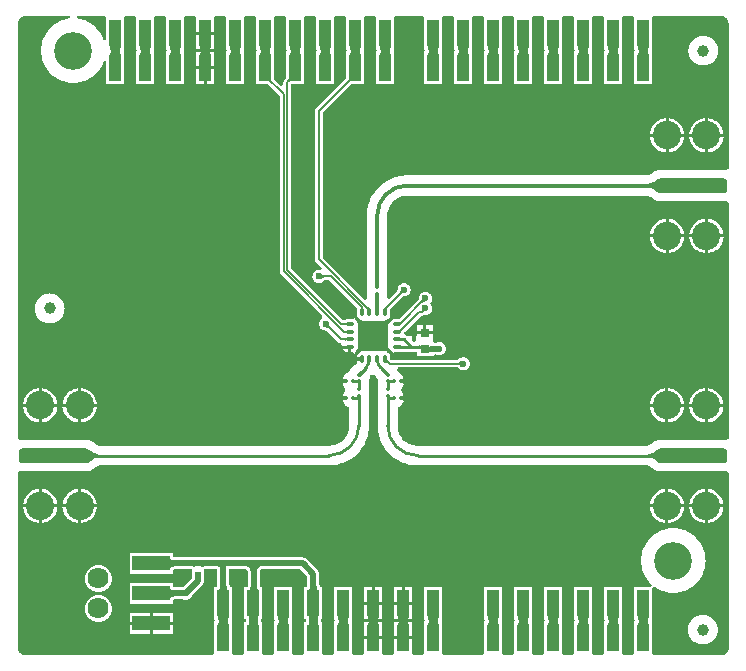
<source format=gtl>
G04*
G04 #@! TF.GenerationSoftware,Altium Limited,Altium Designer,21.3.2 (30)*
G04*
G04 Layer_Physical_Order=1*
G04 Layer_Color=255*
%FSLAX24Y24*%
%MOIN*%
G70*
G04*
G04 #@! TF.SameCoordinates,F3A22827-C8A6-453D-B49C-89BDF9855147*
G04*
G04*
G04 #@! TF.FilePolarity,Positive*
G04*
G01*
G75*
%ADD12C,0.0060*%
%ADD16C,0.0100*%
G04:AMPARAMS|DCode=18|XSize=11.8mil|YSize=10.6mil|CornerRadius=2.7mil|HoleSize=0mil|Usage=FLASHONLY|Rotation=270.000|XOffset=0mil|YOffset=0mil|HoleType=Round|Shape=RoundedRectangle|*
%AMROUNDEDRECTD18*
21,1,0.0118,0.0053,0,0,270.0*
21,1,0.0065,0.0106,0,0,270.0*
1,1,0.0053,-0.0027,-0.0032*
1,1,0.0053,-0.0027,0.0032*
1,1,0.0053,0.0027,0.0032*
1,1,0.0053,0.0027,-0.0032*
%
%ADD18ROUNDEDRECTD18*%
G04:AMPARAMS|DCode=19|XSize=11.8mil|YSize=10.6mil|CornerRadius=2.7mil|HoleSize=0mil|Usage=FLASHONLY|Rotation=0.000|XOffset=0mil|YOffset=0mil|HoleType=Round|Shape=RoundedRectangle|*
%AMROUNDEDRECTD19*
21,1,0.0118,0.0053,0,0,0.0*
21,1,0.0065,0.0106,0,0,0.0*
1,1,0.0053,0.0032,-0.0027*
1,1,0.0053,-0.0032,-0.0027*
1,1,0.0053,-0.0032,0.0027*
1,1,0.0053,0.0032,0.0027*
%
%ADD19ROUNDEDRECTD19*%
%ADD20R,0.0217X0.0236*%
%ADD21C,0.0394*%
%ADD22R,0.0402X0.0862*%
%ADD23R,0.1252X0.0500*%
G04:AMPARAMS|DCode=24|XSize=236.2mil|YSize=50mil|CornerRadius=12.5mil|HoleSize=0mil|Usage=FLASHONLY|Rotation=180.000|XOffset=0mil|YOffset=0mil|HoleType=Round|Shape=RoundedRectangle|*
%AMROUNDEDRECTD24*
21,1,0.2362,0.0250,0,0,180.0*
21,1,0.2112,0.0500,0,0,180.0*
1,1,0.0250,-0.1056,0.0125*
1,1,0.0250,0.1056,0.0125*
1,1,0.0250,0.1056,-0.0125*
1,1,0.0250,-0.1056,-0.0125*
%
%ADD24ROUNDEDRECTD24*%
%ADD25R,0.0118X0.0106*%
%ADD26R,0.0315X0.0295*%
%ADD27O,0.0118X0.0315*%
%ADD28O,0.0315X0.0118*%
%ADD29R,0.1043X0.1043*%
%ADD46C,0.0110*%
%ADD47C,0.0126*%
%ADD48C,0.0300*%
%ADD49C,0.0118*%
%ADD50C,0.0197*%
%ADD51C,0.0150*%
%ADD52R,0.0118X0.0502*%
%ADD53C,0.1260*%
%ADD54C,0.0701*%
%ADD55C,0.0945*%
%ADD56C,0.0236*%
G36*
X3099Y21408D02*
X3099Y21370D01*
Y20655D01*
X3019Y20642D01*
X3005Y20681D01*
X2981Y20741D01*
X2952Y20800D01*
X2920Y20856D01*
X2885Y20911D01*
X2846Y20963D01*
X2805Y21013D01*
X2760Y21060D01*
X2713Y21105D01*
X2663Y21147D01*
X2611Y21185D01*
X2556Y21220D01*
X2500Y21252D01*
X2441Y21281D01*
X2381Y21305D01*
X2320Y21327D01*
X2257Y21344D01*
X2194Y21358D01*
X2130Y21368D01*
X2108Y21370D01*
X2111Y21450D01*
X3036D01*
X3099Y21408D01*
D02*
G37*
G36*
X12550Y20447D02*
X12600D01*
X12590Y20444D01*
X12582Y20435D01*
X12574Y20420D01*
X12568Y20399D01*
X12562Y20372D01*
X12558Y20339D01*
X12556Y20315D01*
X12562Y20228D01*
X12568Y20201D01*
X12574Y20180D01*
X12582Y20165D01*
X12590Y20156D01*
X12600Y20153D01*
X12550D01*
X12550Y20147D01*
X12250D01*
X12250Y20153D01*
X12200D01*
X12210Y20156D01*
X12218Y20165D01*
X12226Y20180D01*
X12232Y20201D01*
X12238Y20228D01*
X12242Y20261D01*
X12244Y20285D01*
X12238Y20372D01*
X12232Y20399D01*
X12226Y20420D01*
X12218Y20435D01*
X12210Y20444D01*
X12200Y20447D01*
X12250D01*
X12250Y20453D01*
X12550D01*
X12550Y20447D01*
D02*
G37*
G36*
X11550D02*
X11600D01*
X11590Y20444D01*
X11582Y20435D01*
X11574Y20420D01*
X11568Y20399D01*
X11562Y20372D01*
X11558Y20339D01*
X11556Y20315D01*
X11562Y20228D01*
X11568Y20201D01*
X11574Y20180D01*
X11582Y20165D01*
X11590Y20156D01*
X11600Y20153D01*
X11550D01*
X11550Y20147D01*
X11250D01*
X11250Y20153D01*
X11200D01*
X11210Y20156D01*
X11218Y20165D01*
X11226Y20180D01*
X11232Y20201D01*
X11238Y20228D01*
X11242Y20261D01*
X11244Y20285D01*
X11238Y20372D01*
X11232Y20399D01*
X11226Y20420D01*
X11218Y20435D01*
X11210Y20444D01*
X11200Y20447D01*
X11250D01*
X11250Y20453D01*
X11550D01*
X11550Y20447D01*
D02*
G37*
G36*
X10550D02*
X10600D01*
X10590Y20444D01*
X10582Y20435D01*
X10574Y20420D01*
X10568Y20399D01*
X10562Y20372D01*
X10558Y20339D01*
X10556Y20315D01*
X10562Y20228D01*
X10568Y20201D01*
X10574Y20180D01*
X10582Y20165D01*
X10590Y20156D01*
X10600Y20153D01*
X10550D01*
X10550Y20147D01*
X10250D01*
X10250Y20153D01*
X10200D01*
X10210Y20156D01*
X10218Y20165D01*
X10226Y20180D01*
X10232Y20201D01*
X10238Y20228D01*
X10242Y20261D01*
X10244Y20285D01*
X10238Y20372D01*
X10232Y20399D01*
X10226Y20420D01*
X10218Y20435D01*
X10210Y20444D01*
X10200Y20447D01*
X10250D01*
X10250Y20453D01*
X10550D01*
X10550Y20447D01*
D02*
G37*
G36*
X9550D02*
X9600D01*
X9590Y20444D01*
X9582Y20435D01*
X9574Y20420D01*
X9568Y20399D01*
X9562Y20372D01*
X9558Y20339D01*
X9556Y20315D01*
X9562Y20228D01*
X9568Y20201D01*
X9574Y20180D01*
X9582Y20165D01*
X9590Y20156D01*
X9600Y20153D01*
X9550D01*
X9550Y20147D01*
X9250D01*
X9250Y20153D01*
X9200D01*
X9210Y20156D01*
X9218Y20165D01*
X9226Y20180D01*
X9232Y20201D01*
X9238Y20228D01*
X9242Y20261D01*
X9244Y20285D01*
X9238Y20372D01*
X9232Y20399D01*
X9226Y20420D01*
X9218Y20435D01*
X9210Y20444D01*
X9200Y20447D01*
X9250D01*
X9250Y20453D01*
X9550D01*
X9550Y20447D01*
D02*
G37*
G36*
X8550D02*
X8600D01*
X8590Y20444D01*
X8582Y20435D01*
X8574Y20420D01*
X8568Y20399D01*
X8562Y20372D01*
X8558Y20339D01*
X8556Y20315D01*
X8562Y20228D01*
X8568Y20201D01*
X8574Y20180D01*
X8582Y20165D01*
X8590Y20156D01*
X8600Y20153D01*
X8550D01*
X8550Y20147D01*
X8250D01*
X8250Y20153D01*
X8200D01*
X8210Y20156D01*
X8218Y20165D01*
X8226Y20180D01*
X8232Y20201D01*
X8238Y20228D01*
X8242Y20261D01*
X8244Y20285D01*
X8238Y20372D01*
X8232Y20399D01*
X8226Y20420D01*
X8218Y20435D01*
X8210Y20444D01*
X8200Y20447D01*
X8250D01*
X8250Y20453D01*
X8550D01*
X8550Y20447D01*
D02*
G37*
G36*
X7550D02*
X7600D01*
X7590Y20444D01*
X7582Y20435D01*
X7574Y20420D01*
X7568Y20399D01*
X7562Y20372D01*
X7558Y20339D01*
X7556Y20315D01*
X7562Y20228D01*
X7568Y20201D01*
X7574Y20180D01*
X7582Y20165D01*
X7590Y20156D01*
X7600Y20153D01*
X7550D01*
X7550Y20147D01*
X7250D01*
X7250Y20153D01*
X7200D01*
X7210Y20156D01*
X7218Y20165D01*
X7226Y20180D01*
X7232Y20201D01*
X7238Y20228D01*
X7242Y20261D01*
X7244Y20285D01*
X7238Y20372D01*
X7232Y20399D01*
X7226Y20420D01*
X7218Y20435D01*
X7210Y20444D01*
X7200Y20447D01*
X7250D01*
X7250Y20453D01*
X7550D01*
X7550Y20447D01*
D02*
G37*
G36*
X5550D02*
X5600D01*
X5590Y20444D01*
X5582Y20435D01*
X5574Y20420D01*
X5568Y20399D01*
X5562Y20372D01*
X5558Y20339D01*
X5556Y20315D01*
X5562Y20228D01*
X5568Y20201D01*
X5574Y20180D01*
X5582Y20165D01*
X5590Y20156D01*
X5600Y20153D01*
X5550D01*
X5550Y20147D01*
X5250D01*
X5250Y20153D01*
X5200D01*
X5210Y20156D01*
X5218Y20165D01*
X5226Y20180D01*
X5232Y20201D01*
X5238Y20228D01*
X5242Y20261D01*
X5244Y20285D01*
X5238Y20372D01*
X5232Y20399D01*
X5226Y20420D01*
X5218Y20435D01*
X5210Y20444D01*
X5200Y20447D01*
X5250D01*
X5250Y20453D01*
X5550D01*
X5550Y20447D01*
D02*
G37*
G36*
X4550D02*
X4600D01*
X4590Y20444D01*
X4582Y20435D01*
X4574Y20420D01*
X4568Y20399D01*
X4562Y20372D01*
X4558Y20339D01*
X4556Y20315D01*
X4562Y20228D01*
X4568Y20201D01*
X4574Y20180D01*
X4582Y20165D01*
X4590Y20156D01*
X4600Y20153D01*
X4550D01*
X4550Y20147D01*
X4250D01*
X4250Y20153D01*
X4200D01*
X4210Y20156D01*
X4218Y20165D01*
X4226Y20180D01*
X4232Y20201D01*
X4238Y20228D01*
X4242Y20261D01*
X4244Y20285D01*
X4238Y20372D01*
X4232Y20399D01*
X4226Y20420D01*
X4218Y20435D01*
X4210Y20444D01*
X4200Y20447D01*
X4250D01*
X4250Y20453D01*
X4550D01*
X4550Y20447D01*
D02*
G37*
G36*
X3550D02*
X3600D01*
X3590Y20444D01*
X3582Y20435D01*
X3574Y20420D01*
X3568Y20399D01*
X3562Y20372D01*
X3558Y20339D01*
X3556Y20315D01*
X3562Y20228D01*
X3568Y20201D01*
X3574Y20180D01*
X3582Y20165D01*
X3590Y20156D01*
X3600Y20153D01*
X3550D01*
X3550Y20147D01*
X3250D01*
X3250Y20153D01*
X3200D01*
X3210Y20156D01*
X3218Y20165D01*
X3226Y20180D01*
X3232Y20201D01*
X3238Y20228D01*
X3242Y20261D01*
X3244Y20285D01*
X3238Y20372D01*
X3232Y20399D01*
X3226Y20420D01*
X3218Y20435D01*
X3210Y20444D01*
X3200Y20447D01*
X3250D01*
X3250Y20453D01*
X3550D01*
X3550Y20447D01*
D02*
G37*
G36*
X21150Y20447D02*
X21200D01*
X21190Y20444D01*
X21182Y20435D01*
X21174Y20420D01*
X21168Y20399D01*
X21162Y20372D01*
X21158Y20339D01*
X21156Y20315D01*
X21162Y20228D01*
X21168Y20201D01*
X21174Y20180D01*
X21182Y20165D01*
X21190Y20156D01*
X21200Y20153D01*
X21150D01*
X21150Y20147D01*
X20850D01*
X20850Y20153D01*
X20800D01*
X20810Y20156D01*
X20818Y20165D01*
X20826Y20180D01*
X20832Y20201D01*
X20838Y20228D01*
X20842Y20261D01*
X20844Y20285D01*
X20838Y20372D01*
X20832Y20399D01*
X20826Y20420D01*
X20818Y20435D01*
X20810Y20444D01*
X20800Y20447D01*
X20850D01*
X20850Y20453D01*
X21150D01*
X21150Y20447D01*
D02*
G37*
G36*
X20150D02*
X20200D01*
X20190Y20444D01*
X20182Y20435D01*
X20174Y20420D01*
X20168Y20399D01*
X20162Y20372D01*
X20158Y20339D01*
X20156Y20315D01*
X20162Y20228D01*
X20168Y20201D01*
X20174Y20180D01*
X20182Y20165D01*
X20190Y20156D01*
X20200Y20153D01*
X20150D01*
X20150Y20147D01*
X19850D01*
X19850Y20153D01*
X19800D01*
X19810Y20156D01*
X19818Y20165D01*
X19826Y20180D01*
X19832Y20201D01*
X19838Y20228D01*
X19842Y20261D01*
X19844Y20285D01*
X19838Y20372D01*
X19832Y20399D01*
X19826Y20420D01*
X19818Y20435D01*
X19810Y20444D01*
X19800Y20447D01*
X19850D01*
X19850Y20453D01*
X20150D01*
X20150Y20447D01*
D02*
G37*
G36*
X19150D02*
X19200D01*
X19190Y20444D01*
X19182Y20435D01*
X19174Y20420D01*
X19168Y20399D01*
X19162Y20372D01*
X19158Y20339D01*
X19156Y20315D01*
X19162Y20228D01*
X19168Y20201D01*
X19174Y20180D01*
X19182Y20165D01*
X19190Y20156D01*
X19200Y20153D01*
X19150D01*
X19150Y20147D01*
X18850D01*
X18850Y20153D01*
X18800D01*
X18810Y20156D01*
X18818Y20165D01*
X18826Y20180D01*
X18832Y20201D01*
X18838Y20228D01*
X18842Y20261D01*
X18844Y20285D01*
X18838Y20372D01*
X18832Y20399D01*
X18826Y20420D01*
X18818Y20435D01*
X18810Y20444D01*
X18800Y20447D01*
X18850D01*
X18850Y20453D01*
X19150D01*
X19150Y20447D01*
D02*
G37*
G36*
X18150D02*
X18200D01*
X18190Y20444D01*
X18182Y20435D01*
X18174Y20420D01*
X18168Y20399D01*
X18162Y20372D01*
X18158Y20339D01*
X18156Y20315D01*
X18162Y20228D01*
X18168Y20201D01*
X18174Y20180D01*
X18182Y20165D01*
X18190Y20156D01*
X18200Y20153D01*
X18150D01*
X18150Y20147D01*
X17850D01*
X17850Y20153D01*
X17800D01*
X17810Y20156D01*
X17818Y20165D01*
X17826Y20180D01*
X17832Y20201D01*
X17838Y20228D01*
X17842Y20261D01*
X17844Y20285D01*
X17838Y20372D01*
X17832Y20399D01*
X17826Y20420D01*
X17818Y20435D01*
X17810Y20444D01*
X17800Y20447D01*
X17850D01*
X17850Y20453D01*
X18150D01*
X18150Y20447D01*
D02*
G37*
G36*
X17150D02*
X17200D01*
X17190Y20444D01*
X17182Y20435D01*
X17174Y20420D01*
X17168Y20399D01*
X17162Y20372D01*
X17158Y20339D01*
X17156Y20315D01*
X17162Y20228D01*
X17168Y20201D01*
X17174Y20180D01*
X17182Y20165D01*
X17190Y20156D01*
X17200Y20153D01*
X17150D01*
X17150Y20147D01*
X16850D01*
X16850Y20153D01*
X16800D01*
X16810Y20156D01*
X16818Y20165D01*
X16826Y20180D01*
X16832Y20201D01*
X16838Y20228D01*
X16842Y20261D01*
X16844Y20285D01*
X16838Y20372D01*
X16832Y20399D01*
X16826Y20420D01*
X16818Y20435D01*
X16810Y20444D01*
X16800Y20447D01*
X16850D01*
X16850Y20453D01*
X17150D01*
X17150Y20447D01*
D02*
G37*
G36*
X16150D02*
X16200D01*
X16190Y20444D01*
X16182Y20435D01*
X16174Y20420D01*
X16168Y20399D01*
X16162Y20372D01*
X16158Y20339D01*
X16156Y20315D01*
X16162Y20228D01*
X16168Y20201D01*
X16174Y20180D01*
X16182Y20165D01*
X16190Y20156D01*
X16200Y20153D01*
X16150D01*
X16150Y20147D01*
X15850D01*
X15850Y20153D01*
X15800D01*
X15810Y20156D01*
X15818Y20165D01*
X15826Y20180D01*
X15832Y20201D01*
X15838Y20228D01*
X15842Y20261D01*
X15844Y20285D01*
X15838Y20372D01*
X15832Y20399D01*
X15826Y20420D01*
X15818Y20435D01*
X15810Y20444D01*
X15800Y20447D01*
X15850D01*
X15850Y20453D01*
X16150D01*
X16150Y20447D01*
D02*
G37*
G36*
X15150D02*
X15200D01*
X15190Y20444D01*
X15182Y20435D01*
X15174Y20420D01*
X15168Y20399D01*
X15162Y20372D01*
X15158Y20339D01*
X15156Y20315D01*
X15162Y20228D01*
X15168Y20201D01*
X15174Y20180D01*
X15182Y20165D01*
X15190Y20156D01*
X15200Y20153D01*
X15150D01*
X15150Y20147D01*
X14850D01*
X14850Y20153D01*
X14800D01*
X14810Y20156D01*
X14818Y20165D01*
X14826Y20180D01*
X14832Y20201D01*
X14838Y20228D01*
X14842Y20261D01*
X14844Y20285D01*
X14838Y20372D01*
X14832Y20399D01*
X14826Y20420D01*
X14818Y20435D01*
X14810Y20444D01*
X14800Y20447D01*
X14850D01*
X14850Y20453D01*
X15150D01*
X15150Y20447D01*
D02*
G37*
G36*
X14150D02*
X14200D01*
X14190Y20444D01*
X14182Y20435D01*
X14174Y20420D01*
X14168Y20399D01*
X14162Y20372D01*
X14158Y20339D01*
X14156Y20315D01*
X14162Y20228D01*
X14168Y20201D01*
X14174Y20180D01*
X14182Y20165D01*
X14190Y20156D01*
X14200Y20153D01*
X14150D01*
X14150Y20147D01*
X13850D01*
X13850Y20153D01*
X13800D01*
X13810Y20156D01*
X13818Y20165D01*
X13826Y20180D01*
X13832Y20201D01*
X13838Y20228D01*
X13842Y20261D01*
X13844Y20285D01*
X13838Y20372D01*
X13832Y20399D01*
X13826Y20420D01*
X13818Y20435D01*
X13810Y20444D01*
X13800Y20447D01*
X13850D01*
X13850Y20453D01*
X14150D01*
X14150Y20447D01*
D02*
G37*
G36*
X11503Y19610D02*
X11434Y19505D01*
X11431Y19498D01*
X11430Y19493D01*
X11370D01*
X11369Y19498D01*
X11366Y19505D01*
X11362Y19514D01*
X11356Y19525D01*
X11338Y19553D01*
X11280Y19633D01*
X11520D01*
X11503Y19610D01*
D02*
G37*
G36*
X11285Y19295D02*
X11281Y19298D01*
X11275Y19299D01*
X11269Y19299D01*
X11262Y19297D01*
X11254Y19294D01*
X11245Y19289D01*
X11235Y19282D01*
X11224Y19273D01*
X11200Y19251D01*
X11158Y19293D01*
X11170Y19306D01*
X11189Y19328D01*
X11196Y19338D01*
X11201Y19347D01*
X11205Y19355D01*
X11206Y19362D01*
X11206Y19368D01*
X11205Y19374D01*
X11202Y19378D01*
X11285Y19295D01*
D02*
G37*
G36*
X9278Y19295D02*
X9274Y19298D01*
X9269Y19300D01*
X9263Y19300D01*
X9256Y19298D01*
X9248Y19295D01*
X9239Y19290D01*
X9229Y19283D01*
X9218Y19274D01*
X9193Y19251D01*
X9158Y19300D01*
X9170Y19313D01*
X9188Y19334D01*
X9195Y19344D01*
X9200Y19353D01*
X9204Y19361D01*
X9206Y19368D01*
X9206Y19375D01*
X9205Y19380D01*
X9202Y19385D01*
X9278Y19295D01*
D02*
G37*
G36*
X8593Y19335D02*
X8590Y19331D01*
X8589Y19325D01*
X8591Y19319D01*
X8594Y19311D01*
X8599Y19302D01*
X8607Y19291D01*
X8616Y19280D01*
X8642Y19253D01*
X8559Y19251D01*
X8548Y19261D01*
X8528Y19278D01*
X8519Y19284D01*
X8510Y19289D01*
X8502Y19293D01*
X8494Y19295D01*
X8487Y19296D01*
X8480Y19296D01*
X8474Y19295D01*
X8598Y19337D01*
X8593Y19335D01*
D02*
G37*
G36*
X23628Y21448D02*
X23656Y21444D01*
X23683Y21436D01*
X23708Y21425D01*
X23733Y21412D01*
X23756Y21395D01*
X23777Y21377D01*
X23795Y21356D01*
X23812Y21333D01*
X23825Y21308D01*
X23836Y21283D01*
X23838Y21275D01*
X23850Y21200D01*
X23850Y21200D01*
X23850Y21120D01*
Y16378D01*
X23840Y16363D01*
X23770Y16318D01*
X23768Y16318D01*
X23729Y16324D01*
X23690Y16326D01*
X21578D01*
X21538Y16324D01*
X21499Y16318D01*
X21461Y16309D01*
X21424Y16296D01*
X21389Y16279D01*
X21380Y16274D01*
X21377Y16272D01*
X21373Y16269D01*
X21368Y16267D01*
X21366Y16265D01*
X21355Y16258D01*
X21323Y16235D01*
X21320Y16232D01*
X21314Y16228D01*
X21245Y16183D01*
X21221Y16169D01*
X21197Y16157D01*
X21177Y16149D01*
X21160Y16144D01*
X21149Y16141D01*
X21141Y16140D01*
X21130Y16139D01*
X13128D01*
Y16139D01*
X13058Y16137D01*
X13049Y16137D01*
X12988Y16132D01*
X12918Y16123D01*
X12850Y16110D01*
X12781Y16093D01*
X12714Y16074D01*
X12648Y16050D01*
X12583Y16023D01*
X12520Y15993D01*
X12458Y15960D01*
X12399Y15923D01*
X12341Y15883D01*
X12285Y15841D01*
X12232Y15795D01*
X12181Y15747D01*
X12133Y15696D01*
X12087Y15643D01*
X12045Y15587D01*
X12005Y15529D01*
X11968Y15470D01*
X11935Y15408D01*
X11905Y15345D01*
X11878Y15280D01*
X11854Y15214D01*
X11835Y15147D01*
X11818Y15078D01*
X11805Y15009D01*
X11796Y14940D01*
X11791Y14879D01*
X11791Y14870D01*
X11789Y14800D01*
X11789D01*
Y12412D01*
X11791Y12379D01*
X11793Y12361D01*
Y12239D01*
X11791Y12221D01*
X11789Y12188D01*
Y12030D01*
X11715Y11999D01*
X10316Y13398D01*
Y18225D01*
X11269Y19177D01*
X11269Y19177D01*
X11285Y19192D01*
X11701D01*
Y20254D01*
X11701D01*
X11676Y20297D01*
X11701Y20346D01*
X11701D01*
Y21408D01*
X11764Y21450D01*
X12036D01*
X12099Y21408D01*
X12099Y21370D01*
Y20346D01*
X12099D01*
X12124Y20303D01*
X12099Y20254D01*
X12099D01*
Y19192D01*
X12701D01*
Y20254D01*
X12701D01*
X12676Y20297D01*
X12701Y20346D01*
X12701D01*
Y21370D01*
X12701Y21408D01*
X12764Y21450D01*
X13636D01*
X13699Y21408D01*
X13699Y21370D01*
Y20346D01*
X13699D01*
X13724Y20303D01*
X13699Y20254D01*
X13699D01*
Y19192D01*
X14301D01*
Y20254D01*
X14301D01*
X14276Y20297D01*
X14301Y20346D01*
X14301D01*
Y21370D01*
X14301Y21408D01*
X14364Y21450D01*
X14636D01*
X14699Y21408D01*
X14699Y21370D01*
Y20346D01*
X14699D01*
X14724Y20303D01*
X14699Y20254D01*
X14699D01*
Y19192D01*
X15301D01*
Y20254D01*
X15301D01*
X15276Y20297D01*
X15301Y20346D01*
X15301D01*
Y21370D01*
X15301Y21408D01*
X15364Y21450D01*
X15636D01*
X15699Y21408D01*
X15699Y21370D01*
Y20346D01*
X15699D01*
X15724Y20303D01*
X15699Y20254D01*
X15699D01*
Y19192D01*
X16301D01*
Y20254D01*
X16301D01*
X16276Y20297D01*
X16301Y20346D01*
X16301D01*
Y21370D01*
X16301Y21408D01*
X16364Y21450D01*
X16636D01*
X16699Y21408D01*
X16699Y21370D01*
Y20346D01*
X16699D01*
X16724Y20303D01*
X16699Y20254D01*
X16699D01*
Y19192D01*
X17301D01*
Y20254D01*
X17301D01*
X17276Y20297D01*
X17301Y20346D01*
X17301D01*
Y21370D01*
X17301Y21408D01*
X17364Y21450D01*
X17636D01*
X17699Y21408D01*
X17699Y21370D01*
Y20346D01*
X17699D01*
X17724Y20303D01*
X17699Y20254D01*
X17699D01*
Y19192D01*
X18301D01*
Y20254D01*
X18301D01*
X18276Y20297D01*
X18301Y20346D01*
X18301D01*
Y21370D01*
X18301Y21408D01*
X18364Y21450D01*
X18636D01*
X18699Y21408D01*
X18699Y21370D01*
Y20346D01*
X18699D01*
X18724Y20303D01*
X18699Y20254D01*
X18699D01*
Y19192D01*
X19301D01*
Y20254D01*
X19301D01*
X19276Y20297D01*
X19301Y20346D01*
X19301D01*
Y21370D01*
X19301Y21408D01*
X19364Y21450D01*
X19636D01*
X19699Y21408D01*
X19699Y21370D01*
Y20346D01*
X19699D01*
X19724Y20303D01*
X19699Y20254D01*
X19699D01*
Y19192D01*
X20301D01*
Y20254D01*
X20301D01*
X20276Y20297D01*
X20301Y20346D01*
X20301D01*
Y21370D01*
X20301Y21408D01*
X20364Y21450D01*
X20636D01*
X20699Y21408D01*
X20699Y21370D01*
Y20346D01*
X20699D01*
X20724Y20303D01*
X20699Y20254D01*
X20699D01*
Y19192D01*
X21301D01*
Y20254D01*
X21301D01*
X21276Y20297D01*
X21301Y20346D01*
X21301D01*
Y21370D01*
X21301Y21408D01*
X21364Y21450D01*
X23600D01*
X23603Y21450D01*
X23628Y21448D01*
D02*
G37*
G36*
X11099Y21408D02*
Y20346D01*
X11099D01*
X11124Y20303D01*
X11099Y20254D01*
X11099D01*
Y19378D01*
X11096Y19373D01*
X11086Y19363D01*
X11085Y19363D01*
X10093Y18371D01*
X10080Y18355D01*
X10069Y18338D01*
X10062Y18319D01*
X10057Y18299D01*
X10055Y18279D01*
Y13344D01*
X10057Y13324D01*
X10062Y13304D01*
X10069Y13285D01*
X10080Y13267D01*
X10093Y13252D01*
X10283Y13062D01*
X10281Y13051D01*
X10242Y12980D01*
X10214Y12985D01*
X10186Y12987D01*
X10157Y12985D01*
X10129Y12980D01*
X10102Y12970D01*
X10076Y12958D01*
X10053Y12942D01*
X10031Y12923D01*
X10012Y12902D01*
X9996Y12878D01*
X9984Y12852D01*
X9975Y12825D01*
X9969Y12797D01*
X9967Y12769D01*
X9969Y12740D01*
X9975Y12712D01*
X9984Y12685D01*
X9996Y12659D01*
X10012Y12635D01*
X10031Y12614D01*
X10053Y12595D01*
X10076Y12579D01*
X10102Y12567D01*
X10129Y12557D01*
X10157Y12552D01*
X10186Y12550D01*
X10214Y12552D01*
X10242Y12557D01*
X10269Y12567D01*
X10295Y12579D01*
X10319Y12595D01*
X10340Y12614D01*
X10340Y12614D01*
X10348Y12622D01*
X10354Y12627D01*
X10360Y12631D01*
X10364Y12634D01*
X10368Y12636D01*
X10370Y12637D01*
X10371Y12638D01*
X10372Y12638D01*
X10375Y12638D01*
X10537D01*
X11462Y11714D01*
X11459Y11701D01*
X11457Y11676D01*
Y11479D01*
X11400Y11429D01*
X11384Y11422D01*
X11378D01*
Y11416D01*
X11371Y11400D01*
X11321Y11343D01*
X11124D01*
X11099Y11341D01*
X11075Y11336D01*
X11069Y11333D01*
X11066Y11332D01*
X11065Y11332D01*
X11063Y11331D01*
X11059Y11329D01*
X11052Y11326D01*
X11040Y11319D01*
X11039Y11319D01*
X11037Y11318D01*
X11034Y11317D01*
X11031Y11316D01*
X11029Y11316D01*
X11018Y11314D01*
X11012Y11314D01*
X11012Y11314D01*
X10990D01*
X9265Y13039D01*
Y19181D01*
X9278Y19192D01*
X9701D01*
Y20254D01*
X9701D01*
X9676Y20297D01*
X9701Y20346D01*
X9701D01*
Y21408D01*
X9764Y21450D01*
X10036D01*
X10099Y21408D01*
X10099Y21370D01*
Y20346D01*
X10099D01*
X10124Y20303D01*
X10099Y20254D01*
X10099D01*
Y19192D01*
X10701D01*
Y20254D01*
X10701D01*
X10676Y20297D01*
X10701Y20346D01*
X10701D01*
Y21370D01*
X10701Y21408D01*
X10764Y21450D01*
X11036D01*
X11099Y21408D01*
D02*
G37*
G36*
X9099D02*
Y20346D01*
X9099D01*
X9124Y20303D01*
X9099Y20254D01*
X9099D01*
Y19385D01*
X9095Y19380D01*
X9086Y19370D01*
X9085Y19370D01*
X9085Y19370D01*
X9085Y19369D01*
X9085Y19369D01*
X9043Y19327D01*
X9029Y19312D01*
X9019Y19294D01*
X9011Y19275D01*
X9006Y19255D01*
X9004Y19235D01*
Y19137D01*
X8931Y19106D01*
X8715Y19321D01*
X8715Y19321D01*
X8701Y19337D01*
Y20254D01*
X8701D01*
X8676Y20297D01*
X8701Y20346D01*
X8701D01*
Y21408D01*
X8764Y21450D01*
X9036D01*
X9099Y21408D01*
D02*
G37*
G36*
X21515Y15567D02*
X21472Y15599D01*
X21388Y15654D01*
X21348Y15676D01*
X21310Y15694D01*
X21273Y15710D01*
X21237Y15722D01*
X21203Y15730D01*
X21170Y15735D01*
X21138Y15737D01*
Y15863D01*
X21170Y15865D01*
X21203Y15870D01*
X21237Y15878D01*
X21273Y15890D01*
X21310Y15906D01*
X21348Y15924D01*
X21388Y15946D01*
X21472Y16001D01*
X21515Y16033D01*
Y15567D01*
D02*
G37*
G36*
X10280Y12841D02*
X10291Y12832D01*
X10301Y12824D01*
X10311Y12817D01*
X10321Y12812D01*
X10331Y12807D01*
X10341Y12803D01*
X10351Y12801D01*
X10361Y12799D01*
X10371Y12799D01*
Y12739D01*
X10361Y12738D01*
X10351Y12736D01*
X10341Y12734D01*
X10331Y12730D01*
X10321Y12725D01*
X10311Y12720D01*
X10301Y12713D01*
X10291Y12705D01*
X10280Y12696D01*
X10270Y12686D01*
Y12851D01*
X10280Y12841D01*
D02*
G37*
G36*
X13025Y12208D02*
X13011Y12208D01*
X12998Y12207D01*
X12985Y12206D01*
X12973Y12203D01*
X12961Y12200D01*
X12951Y12197D01*
X12941Y12192D01*
X12932Y12187D01*
X12924Y12181D01*
X12917Y12175D01*
X12875Y12217D01*
X12881Y12224D01*
X12887Y12232D01*
X12892Y12241D01*
X12897Y12251D01*
X12900Y12261D01*
X12903Y12273D01*
X12906Y12285D01*
X12907Y12297D01*
X12908Y12311D01*
X12909Y12325D01*
X13025Y12208D01*
D02*
G37*
G36*
X13733Y11922D02*
X13719Y11923D01*
X13706Y11922D01*
X13693Y11921D01*
X13681Y11919D01*
X13670Y11917D01*
X13660Y11913D01*
X13650Y11909D01*
X13641Y11904D01*
X13633Y11898D01*
X13626Y11891D01*
X13585Y11936D01*
X13592Y11943D01*
X13598Y11951D01*
X13603Y11960D01*
X13608Y11969D01*
X13612Y11980D01*
X13615Y11991D01*
X13618Y12003D01*
X13620Y12016D01*
X13621Y12030D01*
X13622Y12045D01*
X13733Y11922D01*
D02*
G37*
G36*
X12481Y11739D02*
X12470Y11727D01*
X12452Y11706D01*
X12445Y11696D01*
X12441Y11688D01*
X12438Y11680D01*
X12436Y11673D01*
X12436Y11667D01*
X12438Y11662D01*
X12442Y11658D01*
X12361Y11730D01*
X12368Y11732D01*
X12375Y11734D01*
X12382Y11737D01*
X12389Y11741D01*
X12396Y11745D01*
X12403Y11750D01*
X12418Y11762D01*
X12426Y11769D01*
X12434Y11776D01*
X12481Y11739D01*
D02*
G37*
G36*
X11810Y11762D02*
X11826Y11750D01*
X11833Y11745D01*
X11840Y11741D01*
X11847Y11738D01*
X11854Y11736D01*
X11860Y11735D01*
X11866Y11734D01*
X11872Y11735D01*
X11814Y11632D01*
X11816Y11637D01*
X11817Y11644D01*
X11817Y11651D01*
X11814Y11658D01*
X11811Y11666D01*
X11806Y11675D01*
X11799Y11684D01*
X11791Y11695D01*
X11771Y11717D01*
X11802Y11770D01*
X11810Y11762D01*
D02*
G37*
G36*
X13694Y11597D02*
X13691Y11598D01*
X13688Y11598D01*
X13684Y11598D01*
X13681Y11596D01*
X13676Y11595D01*
X13672Y11592D01*
X13667Y11589D01*
X13662Y11585D01*
X13651Y11574D01*
X13609Y11617D01*
X13614Y11622D01*
X13623Y11633D01*
X13626Y11637D01*
X13629Y11642D01*
X13631Y11646D01*
X13632Y11650D01*
X13633Y11653D01*
X13633Y11657D01*
X13632Y11660D01*
X13694Y11597D01*
D02*
G37*
G36*
X13128Y15461D02*
X21130D01*
X21141Y15460D01*
X21149Y15459D01*
X21160Y15456D01*
X21177Y15451D01*
X21197Y15443D01*
X21221Y15431D01*
X21245Y15417D01*
X21314Y15372D01*
X21320Y15368D01*
X21323Y15365D01*
X21355Y15342D01*
X21366Y15335D01*
X21368Y15333D01*
X21373Y15331D01*
X21377Y15328D01*
X21380Y15326D01*
X21389Y15321D01*
X21424Y15304D01*
X21461Y15291D01*
X21499Y15282D01*
X21538Y15276D01*
X21578Y15274D01*
X23690D01*
X23729Y15276D01*
X23768Y15282D01*
X23770Y15282D01*
X23840Y15237D01*
X23850Y15222D01*
Y7376D01*
X23833Y7354D01*
X23770Y7316D01*
X23761Y7318D01*
X23722Y7324D01*
X23683Y7326D01*
X21571D01*
X21531Y7324D01*
X21492Y7318D01*
X21454Y7309D01*
X21417Y7296D01*
X21382Y7279D01*
X21374Y7274D01*
X21371Y7273D01*
X21366Y7270D01*
X21361Y7267D01*
X21359Y7265D01*
X21348Y7258D01*
X21316Y7235D01*
X21314Y7233D01*
X21262Y7195D01*
X21234Y7176D01*
X21176Y7142D01*
X21161Y7135D01*
X21152Y7131D01*
X13478D01*
X13474Y7131D01*
X13430Y7132D01*
X13383Y7137D01*
X13336Y7146D01*
X13289Y7158D01*
X13244Y7173D01*
X13200Y7191D01*
X13157Y7212D01*
X13116Y7237D01*
X13077Y7264D01*
X13040Y7294D01*
X13005Y7327D01*
X12972Y7362D01*
X12942Y7399D01*
X12915Y7438D01*
X12890Y7479D01*
X12869Y7522D01*
X12851Y7566D01*
X12836Y7611D01*
X12824Y7658D01*
X12815Y7705D01*
X12810Y7752D01*
X12809Y7796D01*
X12809Y7800D01*
Y8414D01*
X12813Y8415D01*
X12844Y8428D01*
X12874Y8444D01*
X12902Y8464D01*
X12927Y8486D01*
X12950Y8512D01*
X12969Y8539D01*
X12986Y8569D01*
X12999Y8600D01*
X13008Y8633D01*
X13014Y8666D01*
X13016Y8699D01*
X13016Y8700D01*
X13017Y8733D01*
X13016Y8765D01*
X13016Y8766D01*
X13014Y8799D01*
X13008Y8833D01*
X12999Y8865D01*
X12986Y8897D01*
X12969Y8926D01*
X12950Y8954D01*
X12927Y8979D01*
Y9028D01*
X12950Y9053D01*
X12969Y9081D01*
X12986Y9111D01*
X12999Y9142D01*
X13008Y9175D01*
X13014Y9208D01*
X13014Y9212D01*
X13018Y9242D01*
X13020Y9274D01*
X13018Y9307D01*
X13014Y9336D01*
X13014Y9341D01*
X13008Y9374D01*
X12999Y9407D01*
X12986Y9438D01*
X12969Y9468D01*
X12950Y9495D01*
X12927Y9521D01*
X12902Y9543D01*
X12874Y9563D01*
X12844Y9579D01*
X12820Y9589D01*
X12792Y9655D01*
X12788Y9668D01*
X12814Y9723D01*
X12828Y9735D01*
X14816D01*
X14819Y9734D01*
X14819Y9734D01*
X14821Y9734D01*
X14823Y9733D01*
X14827Y9731D01*
X14831Y9728D01*
X14836Y9724D01*
X14842Y9718D01*
X14851Y9710D01*
X14851Y9710D01*
X14872Y9692D01*
X14896Y9676D01*
X14921Y9663D01*
X14948Y9654D01*
X14976Y9648D01*
X15005Y9646D01*
X15033Y9648D01*
X15062Y9654D01*
X15089Y9663D01*
X15114Y9676D01*
X15138Y9692D01*
X15160Y9710D01*
X15178Y9732D01*
X15194Y9756D01*
X15207Y9781D01*
X15216Y9808D01*
X15222Y9836D01*
X15224Y9865D01*
X15222Y9893D01*
X15216Y9922D01*
X15207Y9949D01*
X15194Y9974D01*
X15178Y9998D01*
X15160Y10020D01*
X15138Y10038D01*
X15114Y10054D01*
X15089Y10067D01*
X15062Y10076D01*
X15033Y10082D01*
X15005Y10084D01*
X14976Y10082D01*
X14948Y10076D01*
X14921Y10067D01*
X14896Y10054D01*
X14872Y10038D01*
X14851Y10020D01*
X14851Y10020D01*
X14842Y10012D01*
X14836Y10006D01*
X14831Y10002D01*
X14827Y9999D01*
X14823Y9997D01*
X14821Y9996D01*
X14819Y9996D01*
X14819Y9996D01*
X14816Y9995D01*
X12595D01*
X12558Y10033D01*
X12558Y10033D01*
X12551Y10040D01*
X12547Y10045D01*
X12544Y10049D01*
X12543Y10049D01*
Y10121D01*
X12600Y10171D01*
X12616Y10178D01*
X12622D01*
Y10184D01*
X12629Y10200D01*
X12679Y10257D01*
X12876D01*
X12901Y10259D01*
X12914Y10262D01*
X13008Y10266D01*
X13191D01*
Y10265D01*
X13466D01*
Y10112D01*
X13981D01*
Y10133D01*
X14058Y10190D01*
X14059Y10190D01*
X14069Y10190D01*
X14088Y10177D01*
X14114Y10164D01*
X14141Y10155D01*
X14169Y10149D01*
X14197Y10148D01*
X14226Y10149D01*
X14254Y10155D01*
X14281Y10164D01*
X14307Y10177D01*
X14331Y10193D01*
X14352Y10212D01*
X14371Y10233D01*
X14387Y10257D01*
X14399Y10282D01*
X14409Y10310D01*
X14414Y10338D01*
X14416Y10366D01*
X14414Y10395D01*
X14409Y10423D01*
X14399Y10450D01*
X14387Y10475D01*
X14371Y10499D01*
X14352Y10521D01*
X14331Y10540D01*
X14307Y10555D01*
X14281Y10568D01*
X14254Y10577D01*
X14226Y10583D01*
X14197Y10585D01*
X14169Y10583D01*
X14141Y10577D01*
X14114Y10568D01*
X14088Y10555D01*
X14070Y10543D01*
X14060Y10543D01*
X14038Y10553D01*
X13981Y10607D01*
Y10644D01*
X13981D01*
Y10841D01*
X13466D01*
Y10796D01*
X13420D01*
X13418Y10790D01*
X13415Y10782D01*
X13413Y10773D01*
X13411Y10762D01*
X13410Y10751D01*
X13409Y10727D01*
X13400D01*
Y10643D01*
X13300D01*
Y10727D01*
X13291D01*
X13291Y10740D01*
X13289Y10762D01*
X13287Y10773D01*
X13285Y10782D01*
X13282Y10790D01*
X13280Y10796D01*
X13191D01*
X13191Y10796D01*
X13115Y10794D01*
X13095Y10806D01*
X13084Y10811D01*
X13070Y10820D01*
X13038Y10879D01*
X13033Y10902D01*
X13034Y10903D01*
X13035Y10915D01*
X13035Y10916D01*
X13035Y10918D01*
X13035Y10920D01*
X13035Y10920D01*
X13037Y10923D01*
X13042Y10928D01*
X13043Y10929D01*
X13579Y11465D01*
X13630D01*
X13651Y11467D01*
X13670Y11472D01*
X13689Y11479D01*
X13707Y11490D01*
X13707Y11490D01*
X13712Y11489D01*
X13740Y11487D01*
X13769Y11489D01*
X13797Y11495D01*
X13824Y11504D01*
X13850Y11517D01*
X13873Y11532D01*
X13895Y11551D01*
X13914Y11573D01*
X13930Y11597D01*
X13942Y11622D01*
X13952Y11649D01*
X13957Y11677D01*
X13959Y11706D01*
X13957Y11734D01*
X13952Y11762D01*
X13942Y11790D01*
X13930Y11815D01*
X13914Y11839D01*
X13895Y11860D01*
Y11885D01*
X13914Y11907D01*
X13930Y11931D01*
X13942Y11956D01*
X13952Y11983D01*
X13957Y12011D01*
X13959Y12040D01*
X13957Y12069D01*
X13952Y12097D01*
X13942Y12124D01*
X13930Y12149D01*
X13914Y12173D01*
X13895Y12195D01*
X13873Y12213D01*
X13850Y12229D01*
X13824Y12242D01*
X13797Y12251D01*
X13769Y12257D01*
X13740Y12259D01*
X13712Y12257D01*
X13684Y12251D01*
X13657Y12242D01*
X13631Y12229D01*
X13607Y12213D01*
X13586Y12195D01*
X13567Y12173D01*
X13551Y12149D01*
X13538Y12124D01*
X13529Y12097D01*
X13524Y12069D01*
X13523Y12056D01*
X13522Y12051D01*
X13521Y12039D01*
X13520Y12030D01*
X13519Y12023D01*
X13518Y12017D01*
X13516Y12012D01*
X13515Y12009D01*
X13514Y12007D01*
X13514Y12006D01*
X13514Y12006D01*
X13511Y12004D01*
X12864Y11356D01*
X12864Y11356D01*
X12850Y11343D01*
X12679D01*
X12654Y11372D01*
X12654Y11371D01*
X12645Y11367D01*
X12636Y11361D01*
X12627Y11355D01*
X12618Y11347D01*
X12610Y11339D01*
X12539Y11410D01*
X12547Y11418D01*
X12555Y11427D01*
X12561Y11436D01*
X12567Y11445D01*
X12571Y11454D01*
X12572Y11454D01*
X12543Y11479D01*
Y11658D01*
X12544Y11660D01*
X12554Y11669D01*
X12554Y11669D01*
X12985Y12101D01*
X12987Y12103D01*
X12988Y12103D01*
X12989Y12104D01*
X12992Y12104D01*
X12995Y12105D01*
X13001Y12106D01*
X13007Y12107D01*
X13015Y12108D01*
X13027Y12108D01*
X13027Y12108D01*
X13055Y12110D01*
X13083Y12115D01*
X13110Y12125D01*
X13136Y12137D01*
X13160Y12153D01*
X13181Y12172D01*
X13200Y12194D01*
X13216Y12217D01*
X13229Y12243D01*
X13238Y12270D01*
X13243Y12298D01*
X13245Y12327D01*
X13243Y12355D01*
X13238Y12383D01*
X13229Y12410D01*
X13216Y12436D01*
X13200Y12460D01*
X13181Y12481D01*
X13160Y12500D01*
X13136Y12516D01*
X13110Y12529D01*
X13083Y12538D01*
X13055Y12543D01*
X13027Y12545D01*
X12998Y12543D01*
X12970Y12538D01*
X12943Y12529D01*
X12917Y12516D01*
X12894Y12500D01*
X12872Y12481D01*
X12853Y12460D01*
X12837Y12436D01*
X12825Y12410D01*
X12816Y12383D01*
X12810Y12355D01*
X12808Y12327D01*
X12808Y12327D01*
X12808Y12315D01*
X12807Y12307D01*
X12807Y12301D01*
X12806Y12295D01*
X12804Y12292D01*
X12804Y12289D01*
X12803Y12288D01*
X12803Y12287D01*
X12801Y12285D01*
X12541Y12025D01*
X12467Y12056D01*
Y12188D01*
X12465Y12221D01*
X12463Y12239D01*
Y12361D01*
X12465Y12379D01*
X12467Y12412D01*
Y14800D01*
X12467Y14804D01*
X12468Y14847D01*
X12473Y14894D01*
X12482Y14941D01*
X12493Y14986D01*
X12508Y15031D01*
X12526Y15075D01*
X12548Y15117D01*
X12572Y15158D01*
X12599Y15196D01*
X12628Y15233D01*
X12660Y15268D01*
X12695Y15300D01*
X12732Y15329D01*
X12770Y15356D01*
X12811Y15380D01*
X12853Y15402D01*
X12897Y15420D01*
X12942Y15435D01*
X12987Y15446D01*
X13034Y15455D01*
X13081Y15460D01*
X13124Y15461D01*
X13128Y15461D01*
D02*
G37*
G36*
X12591Y11320D02*
X12571Y11300D01*
X12540Y11263D01*
X12529Y11247D01*
X12520Y11232D01*
X12515Y11219D01*
X12512Y11207D01*
Y11196D01*
X12515Y11187D01*
X12520Y11179D01*
X12379Y11320D01*
X12387Y11315D01*
X12396Y11312D01*
X12407D01*
X12419Y11315D01*
X12432Y11320D01*
X12447Y11329D01*
X12463Y11340D01*
X12481Y11354D01*
X12520Y11391D01*
X12591Y11320D01*
D02*
G37*
G36*
X12975Y11240D02*
X12968Y11233D01*
X12956Y11218D01*
X12951Y11210D01*
X12946Y11203D01*
X12942Y11195D01*
X12938Y11187D01*
X12935Y11178D01*
X12932Y11170D01*
X12930Y11161D01*
X12850Y11242D01*
X12855Y11238D01*
X12860Y11237D01*
X12866Y11237D01*
X12873Y11238D01*
X12881Y11242D01*
X12890Y11246D01*
X12899Y11253D01*
X12909Y11261D01*
X12932Y11283D01*
X12975Y11240D01*
D02*
G37*
G36*
X11500Y11371D02*
X11537Y11340D01*
X11553Y11328D01*
X11568Y11320D01*
X11582Y11314D01*
X11594Y11311D01*
X11604Y11311D01*
X11613Y11314D01*
X11621Y11319D01*
X11481Y11179D01*
X11486Y11187D01*
X11489Y11196D01*
X11489Y11206D01*
X11486Y11218D01*
X11480Y11232D01*
X11472Y11247D01*
X11460Y11263D01*
X11446Y11281D01*
X11409Y11320D01*
X11480Y11391D01*
X11500Y11371D01*
D02*
G37*
G36*
X11101Y11129D02*
X11094Y11134D01*
X11086Y11138D01*
X11078Y11142D01*
X11070Y11145D01*
X11061Y11148D01*
X11053Y11150D01*
X11043Y11152D01*
X11034Y11153D01*
X11024Y11154D01*
X11014Y11154D01*
Y11214D01*
X11024Y11214D01*
X11043Y11216D01*
X11053Y11218D01*
X11061Y11220D01*
X11070Y11223D01*
X11078Y11226D01*
X11086Y11230D01*
X11094Y11234D01*
X11101Y11238D01*
Y11129D01*
D02*
G37*
G36*
X10528Y11170D02*
X10529Y11156D01*
X10531Y11144D01*
X10533Y11132D01*
X10536Y11120D01*
X10540Y11110D01*
X10544Y11100D01*
X10550Y11091D01*
X10555Y11083D01*
X10562Y11076D01*
X10520Y11033D01*
X10512Y11040D01*
X10504Y11046D01*
X10495Y11051D01*
X10486Y11056D01*
X10475Y11059D01*
X10464Y11062D01*
X10452Y11065D01*
X10439Y11066D01*
X10426Y11067D01*
X10411Y11067D01*
X10528Y11184D01*
X10528Y11170D01*
D02*
G37*
G36*
X12378Y11107D02*
X12369Y11098D01*
X12362Y11089D01*
X12356Y11081D01*
X12350Y11072D01*
X12345Y11063D01*
X12341Y11054D01*
X12338Y11045D01*
X12336Y11036D01*
X12335Y11027D01*
X12335Y11018D01*
X12218Y11135D01*
X12227Y11135D01*
X12236Y11136D01*
X12245Y11138D01*
X12254Y11141D01*
X12263Y11145D01*
X12272Y11150D01*
X12281Y11156D01*
X12289Y11162D01*
X12298Y11169D01*
X12307Y11178D01*
X12378Y11107D01*
D02*
G37*
G36*
X11702Y11169D02*
X11711Y11162D01*
X11719Y11156D01*
X11728Y11150D01*
X11737Y11145D01*
X11746Y11141D01*
X11755Y11138D01*
X11764Y11136D01*
X11773Y11135D01*
X11782Y11135D01*
X11665Y11018D01*
X11665Y11027D01*
X11664Y11036D01*
X11662Y11045D01*
X11659Y11054D01*
X11655Y11063D01*
X11650Y11072D01*
X11644Y11081D01*
X11638Y11089D01*
X11631Y11098D01*
X11622Y11107D01*
X11693Y11178D01*
X11702Y11169D01*
D02*
G37*
G36*
X12970Y10998D02*
X12962Y10990D01*
X12950Y10974D01*
X12945Y10967D01*
X12941Y10960D01*
X12938Y10953D01*
X12936Y10946D01*
X12935Y10940D01*
X12934Y10934D01*
X12935Y10928D01*
X12832Y10986D01*
X12837Y10984D01*
X12844Y10983D01*
X12851Y10983D01*
X12858Y10986D01*
X12866Y10989D01*
X12875Y10994D01*
X12884Y11001D01*
X12895Y11009D01*
X12917Y11029D01*
X12970Y10998D01*
D02*
G37*
G36*
X11082Y10886D02*
X11080Y10888D01*
X11077Y10890D01*
X11074Y10892D01*
X11069Y10894D01*
X11063Y10895D01*
X11057Y10896D01*
X11041Y10897D01*
X11022Y10898D01*
Y10958D01*
X11032Y10958D01*
X11057Y10960D01*
X11063Y10961D01*
X11069Y10962D01*
X11074Y10964D01*
X11077Y10965D01*
X11080Y10967D01*
X11082Y10970D01*
Y10886D01*
D02*
G37*
G36*
X12215Y10898D02*
X12206Y10898D01*
X12197Y10897D01*
X12188Y10895D01*
X12179Y10892D01*
X12170Y10888D01*
X12161Y10883D01*
X12152Y10878D01*
X12144Y10871D01*
X12135Y10864D01*
X12126Y10855D01*
X12055Y10926D01*
X12064Y10935D01*
X12071Y10944D01*
X12078Y10952D01*
X12083Y10961D01*
X12088Y10970D01*
X12092Y10979D01*
X12095Y10988D01*
X12097Y10997D01*
X12098Y11006D01*
X12098Y11015D01*
X12215Y10898D01*
D02*
G37*
G36*
X12901Y10726D02*
X12905Y10725D01*
X12911Y10724D01*
X12940Y10723D01*
X13005Y10722D01*
Y10622D01*
X12899Y10618D01*
Y10727D01*
X12901Y10726D01*
D02*
G37*
G36*
X11101Y10618D02*
X11094Y10622D01*
X11086Y10626D01*
X11078Y10630D01*
X11070Y10633D01*
X11061Y10636D01*
X11053Y10638D01*
X11043Y10640D01*
X11034Y10641D01*
X11024Y10642D01*
X11014Y10642D01*
Y10702D01*
X11024Y10702D01*
X11043Y10704D01*
X11053Y10706D01*
X11061Y10708D01*
X11070Y10711D01*
X11078Y10714D01*
X11086Y10718D01*
X11094Y10722D01*
X11101Y10727D01*
Y10618D01*
D02*
G37*
G36*
X13568Y10316D02*
X13567Y10326D01*
X13564Y10334D01*
X13559Y10342D01*
X13552Y10348D01*
X13543Y10354D01*
X13532Y10358D01*
X13519Y10362D01*
X13503Y10364D01*
X13486Y10366D01*
X13467Y10366D01*
Y10366D01*
X13408D01*
Y10470D01*
X13409Y10469D01*
X13412Y10469D01*
X13417Y10468D01*
X13433Y10467D01*
X13483Y10466D01*
X13486Y10467D01*
X13518Y10470D01*
X13531Y10473D01*
X13542Y10476D01*
X13551Y10481D01*
X13558Y10486D01*
X13563Y10492D01*
X13566Y10499D01*
X13567Y10506D01*
X13568Y10316D01*
D02*
G37*
G36*
X12335Y10573D02*
X12336Y10564D01*
X12338Y10555D01*
X12341Y10546D01*
X12345Y10537D01*
X12350Y10528D01*
X12356Y10519D01*
X12362Y10511D01*
X12369Y10502D01*
X12378Y10493D01*
X12307Y10422D01*
X12298Y10431D01*
X12289Y10438D01*
X12281Y10444D01*
X12272Y10450D01*
X12263Y10455D01*
X12254Y10459D01*
X12245Y10462D01*
X12236Y10464D01*
X12227Y10465D01*
X12218Y10465D01*
X12335Y10582D01*
X12335Y10573D01*
D02*
G37*
G36*
X11782Y10465D02*
X11773Y10465D01*
X11764Y10464D01*
X11755Y10462D01*
X11746Y10459D01*
X11737Y10455D01*
X11728Y10450D01*
X11719Y10444D01*
X11711Y10438D01*
X11702Y10431D01*
X11693Y10422D01*
X11622Y10493D01*
X11631Y10502D01*
X11638Y10511D01*
X11644Y10519D01*
X11650Y10528D01*
X11655Y10537D01*
X11659Y10546D01*
X11662Y10555D01*
X11664Y10564D01*
X11665Y10573D01*
X11665Y10582D01*
X11782Y10465D01*
D02*
G37*
G36*
X12901Y10470D02*
X12905Y10469D01*
X12911Y10468D01*
X12940Y10467D01*
X13005Y10466D01*
Y10366D01*
X12899Y10362D01*
Y10471D01*
X12901Y10470D01*
D02*
G37*
G36*
X13695Y10459D02*
X13710Y10446D01*
X13714Y10443D01*
X13719Y10440D01*
X13722Y10438D01*
X13726Y10436D01*
X13729Y10435D01*
X13732Y10434D01*
X13649Y10351D01*
X13648Y10354D01*
X13647Y10357D01*
X13645Y10361D01*
X13643Y10365D01*
X13641Y10369D01*
X13637Y10373D01*
X13629Y10383D01*
X13619Y10393D01*
X13690Y10464D01*
X13695Y10459D01*
D02*
G37*
G36*
X14113Y10283D02*
X14111Y10285D01*
X14108Y10286D01*
X14103Y10287D01*
X14097Y10288D01*
X14082Y10290D01*
X14061Y10291D01*
X14035Y10291D01*
Y10441D01*
X14049Y10441D01*
X14103Y10445D01*
X14108Y10446D01*
X14111Y10447D01*
X14113Y10449D01*
Y10283D01*
D02*
G37*
G36*
X11621Y10281D02*
X11613Y10286D01*
X11604Y10289D01*
X11594Y10289D01*
X11582Y10286D01*
X11568Y10280D01*
X11553Y10272D01*
X11537Y10260D01*
X11519Y10246D01*
X11480Y10209D01*
X11409Y10280D01*
X11429Y10300D01*
X11460Y10337D01*
X11472Y10353D01*
X11480Y10368D01*
X11486Y10382D01*
X11489Y10394D01*
X11489Y10404D01*
X11486Y10413D01*
X11481Y10421D01*
X11621Y10281D01*
D02*
G37*
G36*
X13881Y10494D02*
X13886Y10483D01*
X13893Y10473D01*
X13904Y10465D01*
X13917Y10457D01*
X13934Y10452D01*
X13953Y10447D01*
X13976Y10444D01*
X14001Y10442D01*
X14030Y10441D01*
Y10291D01*
X14001Y10290D01*
X13975Y10288D01*
X13953Y10284D01*
X13933Y10279D01*
X13916Y10272D01*
X13903Y10264D01*
X13892Y10254D01*
X13885Y10243D01*
X13880Y10230D01*
X13878Y10216D01*
X13880Y10506D01*
X13881Y10494D01*
D02*
G37*
G36*
X12515Y10413D02*
X12512Y10404D01*
Y10393D01*
X12515Y10381D01*
X12520Y10368D01*
X12529Y10353D01*
X12540Y10337D01*
X12554Y10319D01*
X12591Y10280D01*
X12520Y10209D01*
X12500Y10229D01*
X12463Y10260D01*
X12447Y10271D01*
X12432Y10280D01*
X12419Y10285D01*
X12407Y10288D01*
X12396D01*
X12387Y10285D01*
X12379Y10280D01*
X12520Y10421D01*
X12515Y10413D01*
D02*
G37*
G36*
X11559Y9923D02*
X11558Y9932D01*
X11555Y9941D01*
X11550Y9948D01*
X11542Y9955D01*
X11533Y9960D01*
X11522Y9964D01*
X11509Y9968D01*
X11494Y9970D01*
X11476Y9972D01*
X11457Y9972D01*
Y10072D01*
X11476Y10073D01*
X11494Y10074D01*
X11509Y10077D01*
X11522Y10080D01*
X11533Y10085D01*
X11542Y10090D01*
X11550Y10097D01*
X11555Y10104D01*
X11558Y10113D01*
X11559Y10122D01*
Y9923D01*
D02*
G37*
G36*
X12442Y10041D02*
X12442Y10033D01*
X12444Y10025D01*
X12447Y10016D01*
X12451Y10008D01*
X12456Y9999D01*
X12462Y9991D01*
X12469Y9982D01*
X12476Y9973D01*
X12485Y9963D01*
X12485Y9879D01*
X12475Y9889D01*
X12466Y9896D01*
X12458Y9902D01*
X12451Y9906D01*
X12445Y9908D01*
X12440Y9908D01*
X12436Y9907D01*
X12433Y9903D01*
X12431Y9898D01*
X12430Y9891D01*
X12442Y10048D01*
X12442Y10041D01*
D02*
G37*
G36*
X14921Y9782D02*
X14910Y9792D01*
X14900Y9801D01*
X14890Y9809D01*
X14880Y9816D01*
X14870Y9822D01*
X14860Y9827D01*
X14850Y9830D01*
X14840Y9833D01*
X14830Y9834D01*
X14820Y9835D01*
Y9895D01*
X14830Y9895D01*
X14840Y9897D01*
X14850Y9900D01*
X14860Y9903D01*
X14870Y9908D01*
X14880Y9914D01*
X14890Y9921D01*
X14900Y9929D01*
X14910Y9938D01*
X14921Y9948D01*
Y9782D01*
D02*
G37*
G36*
X12440Y9610D02*
X12504Y9554D01*
X12510Y9549D01*
X12516Y9546D01*
X12520Y9545D01*
X12422Y9458D01*
X12420Y9462D01*
X12417Y9468D01*
X12413Y9474D01*
X12407Y9482D01*
X12391Y9501D01*
X12356Y9538D01*
X12342Y9553D01*
X12426Y9625D01*
X12440Y9610D01*
D02*
G37*
G36*
X11658Y9553D02*
X11644Y9538D01*
X11587Y9474D01*
X11583Y9468D01*
X11580Y9462D01*
X11578Y9458D01*
X11480Y9545D01*
X11484Y9546D01*
X11490Y9549D01*
X11496Y9554D01*
X11504Y9559D01*
X11523Y9575D01*
X11560Y9610D01*
X11575Y9625D01*
X11658Y9553D01*
D02*
G37*
G36*
X12990Y9205D02*
X12988Y9207D01*
X12985Y9209D01*
X12980Y9210D01*
X12975Y9212D01*
X12968Y9213D01*
X12950Y9214D01*
X12927Y9215D01*
X12913Y9215D01*
X12916Y9333D01*
X12930Y9333D01*
X12978Y9337D01*
X12984Y9338D01*
X12988Y9339D01*
X12991Y9341D01*
X12993Y9343D01*
X12990Y9205D01*
D02*
G37*
G36*
X10999Y9345D02*
X11003Y9342D01*
X11008Y9340D01*
X11015Y9338D01*
X11022Y9337D01*
X11031Y9336D01*
X11052Y9334D01*
X11077Y9333D01*
X11080Y9215D01*
X11067Y9215D01*
X11034Y9213D01*
X11025Y9212D01*
X11018Y9210D01*
X11012Y9208D01*
X11006Y9206D01*
X11002Y9203D01*
X11000Y9200D01*
X10996Y9347D01*
X10999Y9345D01*
D02*
G37*
G36*
X12992Y8664D02*
X12990Y8666D01*
X12986Y8668D01*
X12982Y8669D01*
X12976Y8670D01*
X12969Y8671D01*
X12951Y8673D01*
X12928Y8674D01*
X12915Y8674D01*
Y8792D01*
X12928Y8792D01*
X12976Y8795D01*
X12982Y8797D01*
X12986Y8798D01*
X12990Y8800D01*
X12992Y8802D01*
Y8664D01*
D02*
G37*
G36*
X11001Y8804D02*
X11005Y8801D01*
X11010Y8799D01*
X11016Y8797D01*
X11024Y8795D01*
X11033Y8794D01*
X11053Y8792D01*
X11079Y8792D01*
Y8674D01*
X11065Y8674D01*
X11033Y8671D01*
X11024Y8670D01*
X11016Y8669D01*
X11010Y8667D01*
X11005Y8665D01*
X11001Y8662D01*
X10998Y8659D01*
Y8806D01*
X11001Y8804D01*
D02*
G37*
G36*
X400Y21450D02*
X1889D01*
X1892Y21370D01*
X1870Y21368D01*
X1806Y21358D01*
X1743Y21344D01*
X1680Y21327D01*
X1619Y21305D01*
X1559Y21281D01*
X1500Y21252D01*
X1444Y21220D01*
X1389Y21185D01*
X1337Y21147D01*
X1287Y21105D01*
X1240Y21060D01*
X1195Y21013D01*
X1153Y20963D01*
X1115Y20911D01*
X1080Y20856D01*
X1048Y20800D01*
X1019Y20741D01*
X994Y20681D01*
X973Y20620D01*
X956Y20557D01*
X942Y20494D01*
X932Y20430D01*
X927Y20365D01*
X925Y20300D01*
X927Y20235D01*
X932Y20170D01*
X942Y20106D01*
X956Y20043D01*
X973Y19980D01*
X994Y19919D01*
X1019Y19859D01*
X1048Y19800D01*
X1080Y19744D01*
X1115Y19689D01*
X1153Y19637D01*
X1195Y19587D01*
X1240Y19540D01*
X1287Y19495D01*
X1337Y19453D01*
X1389Y19415D01*
X1444Y19380D01*
X1500Y19348D01*
X1559Y19319D01*
X1619Y19295D01*
X1680Y19273D01*
X1743Y19256D01*
X1806Y19242D01*
X1870Y19232D01*
X1935Y19227D01*
X2000Y19225D01*
X2065Y19227D01*
X2130Y19232D01*
X2194Y19242D01*
X2257Y19256D01*
X2320Y19273D01*
X2381Y19295D01*
X2441Y19319D01*
X2500Y19348D01*
X2556Y19380D01*
X2611Y19415D01*
X2663Y19453D01*
X2713Y19495D01*
X2760Y19540D01*
X2805Y19587D01*
X2846Y19637D01*
X2885Y19689D01*
X2920Y19744D01*
X2952Y19800D01*
X2981Y19859D01*
X3005Y19919D01*
X3019Y19958D01*
X3099Y19945D01*
Y19192D01*
X3701D01*
Y20254D01*
X3701D01*
X3676Y20297D01*
X3701Y20346D01*
X3701D01*
Y21370D01*
X3701Y21408D01*
X3764Y21450D01*
X4036D01*
X4099Y21408D01*
X4099Y21370D01*
Y20346D01*
X4099D01*
X4124Y20303D01*
X4099Y20254D01*
X4099D01*
Y19192D01*
X4701D01*
Y20254D01*
X4701D01*
X4676Y20297D01*
X4701Y20346D01*
X4701D01*
Y21370D01*
X4701Y21408D01*
X4764Y21450D01*
X5036D01*
X5099Y21408D01*
X5099Y21370D01*
Y20346D01*
X5099D01*
X5124Y20303D01*
X5099Y20254D01*
X5099D01*
Y19192D01*
X5701D01*
Y20254D01*
X5701D01*
X5676Y20297D01*
X5701Y20346D01*
X5701D01*
Y21370D01*
X5701Y21408D01*
X5764Y21450D01*
X6036D01*
X6099Y21408D01*
X6099Y21370D01*
Y20927D01*
X6400D01*
X6701D01*
Y21370D01*
X6701Y21408D01*
X6764Y21450D01*
X7036D01*
X7099Y21408D01*
X7099Y21370D01*
Y20346D01*
X7099D01*
X7124Y20303D01*
X7099Y20254D01*
X7099D01*
Y19192D01*
X7701D01*
Y20254D01*
X7701D01*
X7676Y20297D01*
X7701Y20346D01*
X7701D01*
Y21370D01*
X7701Y21408D01*
X7764Y21450D01*
X8036D01*
X8099Y21408D01*
Y20346D01*
X8099D01*
X8124Y20303D01*
X8099Y20254D01*
X8099D01*
Y19192D01*
X8474D01*
X8481Y19186D01*
X8489Y19178D01*
X8490Y19178D01*
X8884Y18783D01*
Y12935D01*
X8886Y12914D01*
X8891Y12895D01*
X8899Y12876D01*
X8909Y12858D01*
X8923Y12843D01*
X10302Y11464D01*
X10305Y11454D01*
X10303Y11420D01*
X10287Y11365D01*
X10277Y11359D01*
X10255Y11340D01*
X10237Y11319D01*
X10221Y11295D01*
X10208Y11269D01*
X10199Y11242D01*
X10193Y11214D01*
X10191Y11186D01*
X10193Y11157D01*
X10199Y11129D01*
X10208Y11102D01*
X10221Y11076D01*
X10237Y11053D01*
X10255Y11031D01*
X10277Y11012D01*
X10301Y10996D01*
X10326Y10984D01*
X10353Y10974D01*
X10381Y10969D01*
X10409Y10967D01*
X10410Y10967D01*
X10421Y10967D01*
X10429Y10966D01*
X10436Y10965D01*
X10441Y10964D01*
X10445Y10963D01*
X10448Y10963D01*
X10449Y10962D01*
X10449Y10962D01*
X10452Y10960D01*
X10831Y10580D01*
X10847Y10567D01*
X10864Y10556D01*
X10883Y10548D01*
X10903Y10543D01*
X10924Y10542D01*
X10937Y10529D01*
X10972Y10466D01*
X11222D01*
Y10416D01*
X11272D01*
Y10257D01*
X11321D01*
X11371Y10200D01*
X11378Y10184D01*
Y10178D01*
X11384D01*
X11400Y10171D01*
X11457Y10121D01*
Y9924D01*
X11459Y9899D01*
X11459Y9899D01*
X11381Y9821D01*
X11380Y9821D01*
X11368Y9809D01*
X11343Y9785D01*
X11329Y9777D01*
X11301Y9758D01*
X11276Y9735D01*
X11253Y9710D01*
X11233Y9682D01*
X11217Y9652D01*
X11204Y9621D01*
X11197Y9596D01*
X11184Y9592D01*
X11153Y9579D01*
X11123Y9563D01*
X11096Y9543D01*
X11070Y9521D01*
X11048Y9495D01*
X11028Y9468D01*
X11012Y9438D01*
X10999Y9407D01*
X10989Y9374D01*
X10984Y9341D01*
X10982Y9308D01*
X10982Y9307D01*
X10980Y9274D01*
X10982Y9242D01*
X10982Y9241D01*
X10984Y9208D01*
X10989Y9175D01*
X10999Y9142D01*
X11012Y9111D01*
X11028Y9081D01*
X11048Y9053D01*
X11070Y9028D01*
Y8979D01*
X11048Y8954D01*
X11028Y8926D01*
X11012Y8897D01*
X10999Y8865D01*
X10989Y8833D01*
X10984Y8799D01*
X10982Y8766D01*
X10982Y8765D01*
X10980Y8733D01*
X10982Y8700D01*
X10982Y8699D01*
X10984Y8666D01*
X10989Y8633D01*
X10999Y8600D01*
X11012Y8569D01*
X11028Y8539D01*
X11048Y8512D01*
X11070Y8486D01*
X11096Y8464D01*
X11123Y8444D01*
X11153Y8428D01*
X11184Y8415D01*
X11191Y8413D01*
Y7800D01*
X11191Y7796D01*
X11190Y7752D01*
X11185Y7705D01*
X11176Y7658D01*
X11164Y7611D01*
X11149Y7566D01*
X11131Y7522D01*
X11110Y7479D01*
X11085Y7438D01*
X11058Y7399D01*
X11028Y7362D01*
X10995Y7327D01*
X10960Y7294D01*
X10923Y7264D01*
X10884Y7237D01*
X10843Y7212D01*
X10800Y7191D01*
X10756Y7173D01*
X10711Y7158D01*
X10664Y7146D01*
X10617Y7137D01*
X10570Y7132D01*
X10526Y7131D01*
X10522Y7131D01*
X2849Y7131D01*
X2816Y7146D01*
X2800Y7155D01*
X2695Y7225D01*
X2688Y7230D01*
X2683Y7235D01*
X2651Y7258D01*
X2640Y7265D01*
X2637Y7267D01*
X2634Y7269D01*
X2630Y7271D01*
X2627Y7273D01*
X2617Y7279D01*
X2582Y7296D01*
X2545Y7309D01*
X2506Y7318D01*
X2467Y7324D01*
X2428Y7326D01*
X316D01*
X277Y7324D01*
X238Y7318D01*
X230Y7317D01*
X166Y7355D01*
X150Y7376D01*
Y21200D01*
X150Y21203D01*
X152Y21228D01*
X156Y21256D01*
X164Y21283D01*
X175Y21308D01*
X188Y21333D01*
X205Y21356D01*
X223Y21377D01*
X244Y21395D01*
X267Y21412D01*
X292Y21425D01*
X317Y21436D01*
X344Y21444D01*
X372Y21448D01*
X397Y21450D01*
X400Y21450D01*
D02*
G37*
G36*
X21508Y6567D02*
X21463Y6601D01*
X21343Y6681D01*
X21308Y6701D01*
X21246Y6729D01*
X21218Y6738D01*
X21193Y6743D01*
X21171Y6745D01*
Y6855D01*
X21193Y6857D01*
X21218Y6862D01*
X21246Y6871D01*
X21275Y6883D01*
X21308Y6899D01*
X21380Y6942D01*
X21420Y6969D01*
X21508Y7033D01*
Y6567D01*
D02*
G37*
G36*
X2536Y6999D02*
X2656Y6919D01*
X2691Y6899D01*
X2753Y6871D01*
X2781Y6862D01*
X2805Y6857D01*
X2828Y6855D01*
Y6745D01*
X2805Y6743D01*
X2781Y6738D01*
X2753Y6729D01*
X2723Y6717D01*
X2691Y6701D01*
X2618Y6658D01*
X2578Y6631D01*
X2491Y6567D01*
Y7033D01*
X2536Y6999D01*
D02*
G37*
G36*
X12056Y9448D02*
X12145Y9359D01*
X12146Y9359D01*
X12149Y9355D01*
X12145Y9331D01*
X12143Y9297D01*
Y9243D01*
X12145Y9210D01*
X12147Y9196D01*
Y9090D01*
X12145Y9076D01*
X12143Y9042D01*
Y8989D01*
X12145Y8955D01*
X12150Y8922D01*
X12156Y8904D01*
X12150Y8885D01*
X12145Y8852D01*
X12143Y8818D01*
Y8765D01*
X12145Y8731D01*
X12147Y8717D01*
Y7800D01*
X12147D01*
X12149Y7730D01*
X12150Y7721D01*
X12154Y7661D01*
X12163Y7592D01*
X12176Y7523D01*
X12192Y7456D01*
X12212Y7389D01*
X12235Y7323D01*
X12262Y7259D01*
X12292Y7196D01*
X12325Y7135D01*
X12362Y7075D01*
X12401Y7018D01*
X12444Y6962D01*
X12489Y6909D01*
X12537Y6859D01*
X12587Y6811D01*
X12640Y6766D01*
X12696Y6723D01*
X12753Y6684D01*
X12813Y6647D01*
X12874Y6614D01*
X12937Y6584D01*
X13001Y6557D01*
X13067Y6534D01*
X13134Y6514D01*
X13201Y6498D01*
X13270Y6485D01*
X13339Y6476D01*
X13399Y6472D01*
X13408Y6471D01*
X13478Y6469D01*
Y6469D01*
X21150D01*
X21183Y6454D01*
X21199Y6445D01*
X21304Y6375D01*
X21311Y6370D01*
X21316Y6365D01*
X21348Y6342D01*
X21359Y6335D01*
X21361Y6333D01*
X21365Y6331D01*
X21368Y6329D01*
X21372Y6327D01*
X21382Y6321D01*
X21417Y6304D01*
X21454Y6291D01*
X21492Y6282D01*
X21531Y6276D01*
X21571Y6274D01*
X23683D01*
X23722Y6276D01*
X23761Y6282D01*
X23770Y6284D01*
X23833Y6246D01*
X23850Y6224D01*
Y400D01*
X23850Y397D01*
X23848Y372D01*
X23844Y344D01*
X23836Y317D01*
X23825Y292D01*
X23812Y267D01*
X23795Y244D01*
X23777Y223D01*
X23756Y205D01*
X23733Y188D01*
X23708Y175D01*
X23683Y164D01*
X23656Y156D01*
X23628Y152D01*
X23603Y150D01*
X23600Y150D01*
X21364D01*
X21301Y192D01*
X21301Y230D01*
Y1254D01*
X21301D01*
X21276Y1297D01*
X21301Y1346D01*
X21301D01*
Y2336D01*
X21301Y2381D01*
X21373Y2427D01*
X21389Y2415D01*
X21444Y2380D01*
X21500Y2348D01*
X21559Y2319D01*
X21619Y2295D01*
X21680Y2273D01*
X21743Y2256D01*
X21806Y2242D01*
X21870Y2232D01*
X21935Y2227D01*
X22000Y2225D01*
X22065Y2227D01*
X22130Y2232D01*
X22194Y2242D01*
X22257Y2256D01*
X22320Y2273D01*
X22381Y2295D01*
X22441Y2319D01*
X22500Y2348D01*
X22556Y2380D01*
X22611Y2415D01*
X22663Y2453D01*
X22713Y2495D01*
X22760Y2540D01*
X22805Y2587D01*
X22847Y2637D01*
X22885Y2689D01*
X22920Y2744D01*
X22952Y2800D01*
X22981Y2859D01*
X23005Y2919D01*
X23027Y2980D01*
X23044Y3043D01*
X23058Y3106D01*
X23068Y3170D01*
X23073Y3235D01*
X23075Y3300D01*
X23073Y3365D01*
X23068Y3430D01*
X23058Y3494D01*
X23044Y3557D01*
X23027Y3620D01*
X23005Y3681D01*
X22981Y3741D01*
X22952Y3800D01*
X22920Y3856D01*
X22885Y3911D01*
X22847Y3963D01*
X22805Y4013D01*
X22760Y4060D01*
X22713Y4105D01*
X22663Y4147D01*
X22611Y4185D01*
X22556Y4220D01*
X22500Y4252D01*
X22441Y4281D01*
X22381Y4305D01*
X22320Y4327D01*
X22257Y4344D01*
X22194Y4358D01*
X22130Y4368D01*
X22065Y4373D01*
X22000Y4375D01*
X21935Y4373D01*
X21870Y4368D01*
X21806Y4358D01*
X21743Y4344D01*
X21680Y4327D01*
X21619Y4305D01*
X21559Y4281D01*
X21500Y4252D01*
X21444Y4220D01*
X21389Y4185D01*
X21337Y4147D01*
X21287Y4105D01*
X21240Y4060D01*
X21195Y4013D01*
X21153Y3963D01*
X21115Y3911D01*
X21080Y3856D01*
X21048Y3800D01*
X21019Y3741D01*
X20995Y3681D01*
X20973Y3620D01*
X20956Y3557D01*
X20942Y3494D01*
X20932Y3430D01*
X20927Y3365D01*
X20925Y3300D01*
X20927Y3235D01*
X20932Y3170D01*
X20942Y3106D01*
X20956Y3043D01*
X20973Y2980D01*
X20995Y2919D01*
X21019Y2859D01*
X21048Y2800D01*
X21080Y2744D01*
X21115Y2689D01*
X21153Y2637D01*
X21195Y2587D01*
X21240Y2540D01*
X21287Y2495D01*
X21296Y2488D01*
X21267Y2408D01*
X21232Y2408D01*
X20699D01*
Y1346D01*
X20699D01*
X20724Y1303D01*
X20699Y1254D01*
X20699D01*
Y230D01*
X20699Y192D01*
X20636Y150D01*
X20364D01*
X20301Y192D01*
X20301Y230D01*
Y1254D01*
X20301D01*
X20276Y1297D01*
X20301Y1346D01*
X20301D01*
Y2408D01*
X19699D01*
Y1346D01*
X19699D01*
X19724Y1303D01*
X19699Y1254D01*
X19699D01*
Y230D01*
X19699Y192D01*
X19636Y150D01*
X19364D01*
X19301Y192D01*
X19301Y230D01*
Y1254D01*
X19301D01*
X19276Y1297D01*
X19301Y1346D01*
X19301D01*
Y2408D01*
X18699D01*
Y1346D01*
X18699D01*
X18724Y1303D01*
X18699Y1254D01*
X18699D01*
Y230D01*
X18699Y192D01*
X18636Y150D01*
X18364D01*
X18301Y192D01*
X18301Y230D01*
Y1254D01*
X18301D01*
X18276Y1297D01*
X18301Y1346D01*
X18301D01*
Y2408D01*
X17699D01*
Y1346D01*
X17699D01*
X17724Y1303D01*
X17699Y1254D01*
X17699D01*
Y230D01*
X17699Y192D01*
X17636Y150D01*
X17364D01*
X17301Y192D01*
X17301Y230D01*
Y1254D01*
X17301D01*
X17276Y1297D01*
X17301Y1346D01*
X17301D01*
Y2408D01*
X16699D01*
Y1346D01*
X16699D01*
X16724Y1303D01*
X16699Y1254D01*
X16699D01*
Y230D01*
X16699Y192D01*
X16636Y150D01*
X16364D01*
X16301Y192D01*
X16301Y230D01*
Y1254D01*
X16301D01*
X16276Y1297D01*
X16301Y1346D01*
X16301D01*
Y2408D01*
X15699D01*
Y1346D01*
X15699D01*
X15724Y1303D01*
X15699Y1254D01*
X15699D01*
Y230D01*
X15699Y192D01*
X15636Y150D01*
X14364D01*
X14301Y192D01*
X14301Y230D01*
Y1254D01*
X14301D01*
X14276Y1297D01*
X14301Y1346D01*
X14301D01*
Y2408D01*
X13699D01*
Y1346D01*
X13699D01*
X13724Y1303D01*
X13699Y1254D01*
X13699D01*
Y230D01*
X13699Y192D01*
X13636Y150D01*
X13364D01*
X13301Y192D01*
X13301Y230D01*
Y673D01*
X12699D01*
Y230D01*
X12699Y192D01*
X12636Y150D01*
X12364D01*
X12301Y192D01*
X12301Y230D01*
Y673D01*
X11699D01*
Y230D01*
X11699Y192D01*
X11636Y150D01*
X11364D01*
X11301Y192D01*
X11301Y230D01*
Y1254D01*
X11301D01*
X11276Y1297D01*
X11301Y1346D01*
X11301D01*
Y2408D01*
X10699D01*
Y1346D01*
X10699D01*
X10724Y1303D01*
X10699Y1254D01*
X10699D01*
Y230D01*
X10699Y192D01*
X10636Y150D01*
X10364D01*
X10301Y192D01*
X10301Y230D01*
Y1254D01*
X10250D01*
Y1346D01*
X10301D01*
Y2408D01*
X10210D01*
X10210Y2409D01*
X10209Y2411D01*
X10199Y2552D01*
X10199Y2591D01*
X10199Y2592D01*
Y2849D01*
X10197Y2875D01*
X10192Y2900D01*
X10184Y2925D01*
X10172Y2948D01*
X10158Y2970D01*
X10141Y2990D01*
X9782Y3348D01*
X9763Y3365D01*
X9741Y3380D01*
X9718Y3391D01*
X9693Y3400D01*
X9667Y3405D01*
X9641Y3406D01*
X8014D01*
X8013Y3406D01*
X8013Y3406D01*
X8013Y3406D01*
X8012Y3406D01*
X6945D01*
X6944Y3406D01*
X6943Y3406D01*
X6461D01*
X6461Y3406D01*
X6364Y3408D01*
Y3420D01*
X5947D01*
Y3410D01*
X5886Y3407D01*
X5851Y3406D01*
X5851Y3406D01*
X5431D01*
X5431Y3406D01*
X5396Y3407D01*
X5369Y3410D01*
X5348Y3413D01*
X5333Y3417D01*
X5332Y3417D01*
Y3557D01*
X3880D01*
Y2857D01*
X5332D01*
Y2997D01*
X5333Y2998D01*
X5348Y3002D01*
X5369Y3005D01*
X5396Y3008D01*
X5431Y3009D01*
X5431Y3009D01*
X5849D01*
X5849Y3009D01*
X5947Y3006D01*
X5947Y3006D01*
Y2688D01*
X5671Y2412D01*
X5664Y2409D01*
X5658Y2406D01*
X5431D01*
X5431Y2406D01*
X5396Y2407D01*
X5369Y2410D01*
X5348Y2413D01*
X5333Y2417D01*
X5332Y2417D01*
Y2557D01*
X3880D01*
Y1857D01*
X5332D01*
Y1997D01*
X5333Y1998D01*
X5348Y2002D01*
X5369Y2005D01*
X5396Y2008D01*
X5431Y2009D01*
X5431Y2009D01*
X5658D01*
X5664Y2006D01*
X5691Y1996D01*
X5719Y1991D01*
X5748Y1989D01*
X5777Y1991D01*
X5805Y1996D01*
X5832Y2006D01*
X5857Y2018D01*
X5881Y2034D01*
X5903Y2053D01*
X5921Y2074D01*
X5937Y2098D01*
X5950Y2124D01*
X5952Y2130D01*
X6296Y2474D01*
X6313Y2494D01*
X6328Y2516D01*
X6339Y2539D01*
X6348Y2564D01*
X6353Y2589D01*
X6353Y2590D01*
X6364D01*
Y3004D01*
X6426Y3008D01*
X6460Y3009D01*
X6461Y3009D01*
X6705D01*
X6706Y3009D01*
X6740Y3008D01*
X6801Y3004D01*
Y2594D01*
X6788Y2408D01*
X6699D01*
Y1346D01*
X6699D01*
X6724Y1303D01*
X6699Y1254D01*
X6699D01*
Y230D01*
X6699Y192D01*
X6636Y150D01*
X400D01*
X397Y150D01*
X372Y152D01*
X344Y156D01*
X317Y164D01*
X292Y175D01*
X267Y188D01*
X244Y205D01*
X223Y223D01*
X205Y244D01*
X188Y267D01*
X175Y292D01*
X164Y317D01*
X162Y325D01*
X150Y400D01*
X150Y400D01*
X150Y400D01*
Y6224D01*
X166Y6245D01*
X230Y6283D01*
X238Y6282D01*
X277Y6276D01*
X316Y6274D01*
X2428D01*
X2467Y6276D01*
X2506Y6282D01*
X2545Y6291D01*
X2582Y6304D01*
X2617Y6321D01*
X2625Y6326D01*
X2627Y6327D01*
X2632Y6330D01*
X2637Y6333D01*
X2640Y6335D01*
X2651Y6342D01*
X2683Y6365D01*
X2684Y6367D01*
X2736Y6405D01*
X2765Y6424D01*
X2822Y6458D01*
X2838Y6465D01*
X2847Y6469D01*
X10522Y6469D01*
Y6469D01*
X10592Y6471D01*
X10601Y6472D01*
X10661Y6476D01*
X10730Y6485D01*
X10799Y6498D01*
X10867Y6514D01*
X10933Y6534D01*
X10999Y6557D01*
X11063Y6584D01*
X11126Y6614D01*
X11188Y6647D01*
X11247Y6684D01*
X11304Y6723D01*
X11360Y6766D01*
X11413Y6811D01*
X11463Y6859D01*
X11511Y6909D01*
X11556Y6962D01*
X11599Y7018D01*
X11638Y7075D01*
X11675Y7135D01*
X11708Y7196D01*
X11738Y7259D01*
X11765Y7323D01*
X11788Y7389D01*
X11808Y7456D01*
X11824Y7523D01*
X11837Y7592D01*
X11846Y7661D01*
X11850Y7721D01*
X11851Y7730D01*
X11853Y7800D01*
X11853D01*
Y8717D01*
X11855Y8731D01*
X11857Y8765D01*
Y8818D01*
X11855Y8852D01*
X11850Y8885D01*
X11844Y8904D01*
X11850Y8922D01*
X11855Y8955D01*
X11857Y8989D01*
Y9042D01*
X11855Y9076D01*
X11853Y9090D01*
Y9196D01*
X11855Y9210D01*
X11857Y9243D01*
Y9297D01*
X11855Y9331D01*
X11851Y9355D01*
X11854Y9359D01*
X11855Y9359D01*
X11944Y9448D01*
X11960Y9456D01*
X12040Y9456D01*
X12056Y9448D01*
D02*
G37*
G36*
X6265Y3316D02*
X6270Y3314D01*
X6280Y3312D01*
X6294Y3310D01*
X6333Y3308D01*
X6459Y3306D01*
Y3109D01*
X6422Y3109D01*
X6294Y3100D01*
X6280Y3097D01*
X6270Y3093D01*
X6265Y3089D01*
X6263Y3085D01*
Y3318D01*
X6265Y3316D01*
D02*
G37*
G36*
X6048Y3085D02*
X6046Y3089D01*
X6041Y3093D01*
X6031Y3097D01*
X6017Y3100D01*
X5999Y3103D01*
X5952Y3107D01*
X5852Y3109D01*
Y3306D01*
X5889Y3306D01*
X6046Y3316D01*
X6048Y3318D01*
Y3085D01*
D02*
G37*
G36*
X6944Y3207D02*
X6930Y3082D01*
X6923Y3087D01*
X6913Y3092D01*
X6899Y3096D01*
X6881Y3099D01*
X6744Y3109D01*
X6706Y3109D01*
X6944Y3306D01*
Y3207D01*
D02*
G37*
G36*
X5232Y3386D02*
X5238Y3369D01*
X5248Y3354D01*
X5262Y3341D01*
X5279Y3331D01*
X5301Y3322D01*
X5327Y3315D01*
X5357Y3310D01*
X5390Y3307D01*
X5428Y3306D01*
Y3109D01*
X5390Y3108D01*
X5357Y3105D01*
X5327Y3100D01*
X5301Y3093D01*
X5279Y3084D01*
X5262Y3074D01*
X5248Y3061D01*
X5238Y3046D01*
X5232Y3029D01*
X5230Y3011D01*
Y3404D01*
X5232Y3386D01*
D02*
G37*
G36*
X8308Y3109D02*
X8271Y3107D01*
X8237Y3101D01*
X8208Y3091D01*
X8182Y3078D01*
X8161Y3060D01*
X8143Y3038D01*
X8129Y3013D01*
X8119Y2983D01*
X8113Y2950D01*
X8111Y2912D01*
X7915D01*
X7913Y2950D01*
X7907Y2983D01*
X7897Y3013D01*
X7883Y3038D01*
X7865Y3060D01*
X7844Y3078D01*
X7818Y3091D01*
X7789Y3101D01*
X7755Y3107D01*
X7718Y3109D01*
X8013Y3306D01*
X8308Y3109D01*
D02*
G37*
G36*
X8112Y2466D02*
X8115Y2433D01*
X8119Y2403D01*
X8126Y2378D01*
X8133Y2356D01*
X8143Y2338D01*
X8155Y2324D01*
X8168Y2315D01*
X8183Y2309D01*
X8200Y2307D01*
X7816Y2305D01*
X7835Y2308D01*
X7852Y2313D01*
X7866Y2323D01*
X7879Y2337D01*
X7890Y2355D01*
X7899Y2377D01*
X7906Y2403D01*
X7911Y2432D01*
X7914Y2466D01*
X7915Y2504D01*
X8111D01*
X8112Y2466D01*
D02*
G37*
G36*
X5232Y2386D02*
X5238Y2369D01*
X5248Y2354D01*
X5262Y2341D01*
X5279Y2331D01*
X5301Y2322D01*
X5327Y2315D01*
X5357Y2310D01*
X5390Y2307D01*
X5428Y2306D01*
Y2109D01*
X5390Y2108D01*
X5357Y2105D01*
X5327Y2100D01*
X5301Y2093D01*
X5279Y2084D01*
X5262Y2074D01*
X5248Y2061D01*
X5238Y2046D01*
X5232Y2029D01*
X5230Y2011D01*
Y2404D01*
X5232Y2386D01*
D02*
G37*
G36*
X10099Y2548D02*
X10109Y2394D01*
X10114Y2377D01*
X10123Y2355D01*
X10134Y2337D01*
X10147Y2323D01*
X10161Y2313D01*
X10178Y2307D01*
X10197Y2305D01*
X10116D01*
X10131Y2082D01*
X10149Y1892D01*
X9851D01*
X9881Y2305D01*
X9803D01*
X9822Y2307D01*
X9839Y2313D01*
X9853Y2323D01*
X9866Y2337D01*
X9877Y2355D01*
X9886Y2377D01*
X9886Y2378D01*
X9902Y2590D01*
X10098D01*
X10099Y2548D01*
D02*
G37*
G36*
X7099D02*
X7109Y2394D01*
X7114Y2377D01*
X7123Y2355D01*
X7134Y2337D01*
X7147Y2323D01*
X7161Y2313D01*
X7178Y2307D01*
X7197Y2305D01*
X7116D01*
X7131Y2082D01*
X7149Y1892D01*
X6851D01*
X6881Y2305D01*
X6803D01*
X6822Y2307D01*
X6839Y2313D01*
X6853Y2323D01*
X6866Y2337D01*
X6877Y2355D01*
X6886Y2377D01*
X6886Y2378D01*
X6902Y2590D01*
X7098D01*
X7099Y2548D01*
D02*
G37*
G36*
X14150Y1447D02*
X14200D01*
X14190Y1444D01*
X14182Y1435D01*
X14174Y1420D01*
X14168Y1399D01*
X14162Y1372D01*
X14158Y1339D01*
X14156Y1315D01*
X14162Y1228D01*
X14168Y1201D01*
X14174Y1180D01*
X14182Y1165D01*
X14190Y1156D01*
X14200Y1153D01*
X14150D01*
X14150Y1147D01*
X13850D01*
X13850Y1153D01*
X13800D01*
X13810Y1156D01*
X13818Y1165D01*
X13826Y1180D01*
X13832Y1201D01*
X13838Y1228D01*
X13842Y1261D01*
X13844Y1285D01*
X13838Y1372D01*
X13832Y1399D01*
X13826Y1420D01*
X13818Y1435D01*
X13810Y1444D01*
X13800Y1447D01*
X13850D01*
X13850Y1453D01*
X14150D01*
X14150Y1447D01*
D02*
G37*
G36*
X11150D02*
X11200D01*
X11190Y1444D01*
X11182Y1435D01*
X11174Y1420D01*
X11168Y1399D01*
X11162Y1372D01*
X11158Y1339D01*
X11156Y1315D01*
X11162Y1228D01*
X11168Y1201D01*
X11174Y1180D01*
X11182Y1165D01*
X11190Y1156D01*
X11200Y1153D01*
X11150D01*
X11150Y1147D01*
X10850D01*
X10850Y1153D01*
X10800D01*
X10810Y1156D01*
X10818Y1165D01*
X10826Y1180D01*
X10832Y1201D01*
X10838Y1228D01*
X10842Y1261D01*
X10844Y1285D01*
X10838Y1372D01*
X10832Y1399D01*
X10826Y1420D01*
X10818Y1435D01*
X10810Y1444D01*
X10800Y1447D01*
X10850D01*
X10850Y1453D01*
X11150D01*
X11150Y1447D01*
D02*
G37*
G36*
X9150D02*
X9200D01*
X9190Y1444D01*
X9182Y1435D01*
X9174Y1420D01*
X9168Y1399D01*
X9162Y1372D01*
X9158Y1339D01*
X9156Y1315D01*
X9162Y1228D01*
X9168Y1201D01*
X9174Y1180D01*
X9182Y1165D01*
X9190Y1156D01*
X9200Y1153D01*
X9150D01*
X9150Y1147D01*
X8850D01*
X8850Y1153D01*
X8800D01*
X8810Y1156D01*
X8818Y1165D01*
X8826Y1180D01*
X8832Y1201D01*
X8838Y1228D01*
X8842Y1261D01*
X8844Y1285D01*
X8838Y1372D01*
X8832Y1399D01*
X8826Y1420D01*
X8818Y1435D01*
X8810Y1444D01*
X8800Y1447D01*
X8850D01*
X8850Y1453D01*
X9150D01*
X9150Y1447D01*
D02*
G37*
G36*
X7150D02*
X7200D01*
X7190Y1444D01*
X7182Y1435D01*
X7174Y1420D01*
X7168Y1399D01*
X7162Y1372D01*
X7158Y1339D01*
X7156Y1315D01*
X7162Y1228D01*
X7168Y1201D01*
X7174Y1180D01*
X7182Y1165D01*
X7190Y1156D01*
X7200Y1153D01*
X7150D01*
X7150Y1147D01*
X6850D01*
X6850Y1153D01*
X6800D01*
X6810Y1156D01*
X6818Y1165D01*
X6826Y1180D01*
X6832Y1201D01*
X6838Y1228D01*
X6842Y1261D01*
X6844Y1285D01*
X6838Y1372D01*
X6832Y1399D01*
X6826Y1420D01*
X6818Y1435D01*
X6810Y1444D01*
X6800Y1447D01*
X6850D01*
X6850Y1453D01*
X7150D01*
X7150Y1447D01*
D02*
G37*
G36*
X21150Y1447D02*
X21200D01*
X21190Y1444D01*
X21182Y1435D01*
X21174Y1420D01*
X21168Y1399D01*
X21162Y1372D01*
X21158Y1339D01*
X21156Y1315D01*
X21162Y1228D01*
X21168Y1201D01*
X21174Y1180D01*
X21182Y1165D01*
X21190Y1156D01*
X21200Y1153D01*
X21150D01*
X21150Y1147D01*
X20850D01*
X20850Y1153D01*
X20800D01*
X20810Y1156D01*
X20818Y1165D01*
X20826Y1180D01*
X20832Y1201D01*
X20838Y1228D01*
X20842Y1261D01*
X20844Y1285D01*
X20838Y1372D01*
X20832Y1399D01*
X20826Y1420D01*
X20818Y1435D01*
X20810Y1444D01*
X20800Y1447D01*
X20850D01*
X20850Y1453D01*
X21150D01*
X21150Y1447D01*
D02*
G37*
G36*
X20150D02*
X20200D01*
X20190Y1444D01*
X20182Y1435D01*
X20174Y1420D01*
X20168Y1399D01*
X20162Y1372D01*
X20158Y1339D01*
X20156Y1315D01*
X20162Y1228D01*
X20168Y1201D01*
X20174Y1180D01*
X20182Y1165D01*
X20190Y1156D01*
X20200Y1153D01*
X20150D01*
X20150Y1147D01*
X19850D01*
X19850Y1153D01*
X19800D01*
X19810Y1156D01*
X19818Y1165D01*
X19826Y1180D01*
X19832Y1201D01*
X19838Y1228D01*
X19842Y1261D01*
X19844Y1285D01*
X19838Y1372D01*
X19832Y1399D01*
X19826Y1420D01*
X19818Y1435D01*
X19810Y1444D01*
X19800Y1447D01*
X19850D01*
X19850Y1453D01*
X20150D01*
X20150Y1447D01*
D02*
G37*
G36*
X19150D02*
X19200D01*
X19190Y1444D01*
X19182Y1435D01*
X19174Y1420D01*
X19168Y1399D01*
X19162Y1372D01*
X19158Y1339D01*
X19156Y1315D01*
X19162Y1228D01*
X19168Y1201D01*
X19174Y1180D01*
X19182Y1165D01*
X19190Y1156D01*
X19200Y1153D01*
X19150D01*
X19150Y1147D01*
X18850D01*
X18850Y1153D01*
X18800D01*
X18810Y1156D01*
X18818Y1165D01*
X18826Y1180D01*
X18832Y1201D01*
X18838Y1228D01*
X18842Y1261D01*
X18844Y1285D01*
X18838Y1372D01*
X18832Y1399D01*
X18826Y1420D01*
X18818Y1435D01*
X18810Y1444D01*
X18800Y1447D01*
X18850D01*
X18850Y1453D01*
X19150D01*
X19150Y1447D01*
D02*
G37*
G36*
X18150D02*
X18200D01*
X18190Y1444D01*
X18182Y1435D01*
X18174Y1420D01*
X18168Y1399D01*
X18162Y1372D01*
X18158Y1339D01*
X18156Y1315D01*
X18162Y1228D01*
X18168Y1201D01*
X18174Y1180D01*
X18182Y1165D01*
X18190Y1156D01*
X18200Y1153D01*
X18150D01*
X18150Y1147D01*
X17850D01*
X17850Y1153D01*
X17800D01*
X17810Y1156D01*
X17818Y1165D01*
X17826Y1180D01*
X17832Y1201D01*
X17838Y1228D01*
X17842Y1261D01*
X17844Y1285D01*
X17838Y1372D01*
X17832Y1399D01*
X17826Y1420D01*
X17818Y1435D01*
X17810Y1444D01*
X17800Y1447D01*
X17850D01*
X17850Y1453D01*
X18150D01*
X18150Y1447D01*
D02*
G37*
G36*
X17150D02*
X17200D01*
X17190Y1444D01*
X17182Y1435D01*
X17174Y1420D01*
X17168Y1399D01*
X17162Y1372D01*
X17158Y1339D01*
X17156Y1315D01*
X17162Y1228D01*
X17168Y1201D01*
X17174Y1180D01*
X17182Y1165D01*
X17190Y1156D01*
X17200Y1153D01*
X17150D01*
X17150Y1147D01*
X16850D01*
X16850Y1153D01*
X16800D01*
X16810Y1156D01*
X16818Y1165D01*
X16826Y1180D01*
X16832Y1201D01*
X16838Y1228D01*
X16842Y1261D01*
X16844Y1285D01*
X16838Y1372D01*
X16832Y1399D01*
X16826Y1420D01*
X16818Y1435D01*
X16810Y1444D01*
X16800Y1447D01*
X16850D01*
X16850Y1453D01*
X17150D01*
X17150Y1447D01*
D02*
G37*
G36*
X16150D02*
X16200D01*
X16190Y1444D01*
X16182Y1435D01*
X16174Y1420D01*
X16168Y1399D01*
X16162Y1372D01*
X16158Y1339D01*
X16156Y1315D01*
X16162Y1228D01*
X16168Y1201D01*
X16174Y1180D01*
X16182Y1165D01*
X16190Y1156D01*
X16200Y1153D01*
X16150D01*
X16150Y1147D01*
X15850D01*
X15850Y1153D01*
X15800D01*
X15810Y1156D01*
X15818Y1165D01*
X15826Y1180D01*
X15832Y1201D01*
X15838Y1228D01*
X15842Y1261D01*
X15844Y1285D01*
X15838Y1372D01*
X15832Y1399D01*
X15826Y1420D01*
X15818Y1435D01*
X15810Y1444D01*
X15800Y1447D01*
X15850D01*
X15850Y1453D01*
X16150D01*
X16150Y1447D01*
D02*
G37*
G36*
X9801Y2767D02*
Y2594D01*
X9788Y2408D01*
X9699D01*
Y1346D01*
X9750D01*
Y1254D01*
X9699D01*
Y230D01*
X9699Y192D01*
X9636Y150D01*
X9364D01*
X9301Y192D01*
X9301Y230D01*
Y1254D01*
X9301D01*
X9276Y1297D01*
X9301Y1346D01*
X9301D01*
Y2408D01*
X8699D01*
Y1346D01*
X8699D01*
X8724Y1303D01*
X8699Y1254D01*
X8699D01*
Y230D01*
X8699Y192D01*
X8636Y150D01*
X8364D01*
X8301Y192D01*
X8301Y230D01*
Y1254D01*
X8250D01*
Y1346D01*
X8301D01*
Y2408D01*
X8222D01*
X8218Y2422D01*
X8215Y2444D01*
X8213Y2471D01*
X8212Y2506D01*
X8212Y2506D01*
Y2908D01*
X8213Y2938D01*
X8217Y2958D01*
X8222Y2973D01*
X8227Y2982D01*
X8232Y2988D01*
X8238Y2994D01*
X8248Y2999D01*
X8262Y3004D01*
X8282Y3007D01*
X8312Y3009D01*
X9559D01*
X9801Y2767D01*
D02*
G37*
G36*
X7744Y3007D02*
X7764Y3004D01*
X7778Y2999D01*
X7788Y2994D01*
X7794Y2988D01*
X7799Y2982D01*
X7804Y2973D01*
X7809Y2958D01*
X7813Y2938D01*
X7814Y2908D01*
Y2506D01*
X7814Y2506D01*
X7813Y2472D01*
X7811Y2445D01*
X7807Y2424D01*
X7803Y2409D01*
X7803Y2408D01*
X7699D01*
Y1346D01*
X7750D01*
Y1254D01*
X7699D01*
Y230D01*
X7699Y192D01*
X7636Y150D01*
X7364D01*
X7301Y192D01*
X7301Y230D01*
Y1254D01*
X7301D01*
X7276Y1297D01*
X7301Y1346D01*
X7301D01*
Y2408D01*
X7210D01*
X7210Y2409D01*
X7209Y2411D01*
X7199Y2552D01*
X7199Y2591D01*
X7199Y2592D01*
Y3009D01*
X7714D01*
X7744Y3007D01*
D02*
G37*
%LPC*%
G36*
X23000Y20796D02*
X22957Y20794D01*
X22914Y20789D01*
X22872Y20779D01*
X22830Y20766D01*
X22790Y20750D01*
X22752Y20730D01*
X22715Y20706D01*
X22681Y20680D01*
X22649Y20651D01*
X22620Y20619D01*
X22594Y20585D01*
X22570Y20548D01*
X22550Y20510D01*
X22534Y20470D01*
X22521Y20428D01*
X22511Y20386D01*
X22506Y20343D01*
X22504Y20300D01*
X22506Y20257D01*
X22511Y20214D01*
X22521Y20172D01*
X22534Y20130D01*
X22550Y20090D01*
X22570Y20052D01*
X22594Y20015D01*
X22620Y19981D01*
X22649Y19949D01*
X22681Y19920D01*
X22715Y19894D01*
X22752Y19870D01*
X22790Y19850D01*
X22830Y19834D01*
X22872Y19821D01*
X22914Y19811D01*
X22957Y19806D01*
X23000Y19804D01*
X23043Y19806D01*
X23086Y19811D01*
X23128Y19821D01*
X23170Y19834D01*
X23210Y19850D01*
X23248Y19870D01*
X23285Y19894D01*
X23319Y19920D01*
X23351Y19949D01*
X23380Y19981D01*
X23406Y20015D01*
X23430Y20052D01*
X23450Y20090D01*
X23466Y20130D01*
X23479Y20172D01*
X23489Y20214D01*
X23494Y20257D01*
X23496Y20300D01*
X23494Y20343D01*
X23489Y20386D01*
X23479Y20428D01*
X23466Y20470D01*
X23450Y20510D01*
X23430Y20548D01*
X23406Y20585D01*
X23380Y20619D01*
X23351Y20651D01*
X23319Y20680D01*
X23285Y20706D01*
X23248Y20730D01*
X23210Y20750D01*
X23170Y20766D01*
X23128Y20779D01*
X23086Y20789D01*
X23043Y20794D01*
X23000Y20796D01*
D02*
G37*
G36*
X23156Y18046D02*
Y17525D01*
X23677D01*
X23672Y17565D01*
X23663Y17609D01*
X23651Y17652D01*
X23636Y17694D01*
X23617Y17735D01*
X23595Y17775D01*
X23570Y17812D01*
X23542Y17847D01*
X23511Y17880D01*
X23478Y17911D01*
X23443Y17939D01*
X23406Y17964D01*
X23366Y17986D01*
X23325Y18004D01*
X23283Y18020D01*
X23240Y18032D01*
X23196Y18041D01*
X23156Y18046D01*
D02*
G37*
G36*
X21845D02*
Y17525D01*
X22366D01*
X22361Y17565D01*
X22352Y17609D01*
X22340Y17652D01*
X22325Y17694D01*
X22306Y17735D01*
X22284Y17775D01*
X22259Y17812D01*
X22231Y17847D01*
X22200Y17880D01*
X22167Y17911D01*
X22132Y17939D01*
X22095Y17964D01*
X22055Y17986D01*
X22014Y18004D01*
X21972Y18020D01*
X21929Y18032D01*
X21885Y18041D01*
X21845Y18046D01*
D02*
G37*
G36*
X23056Y18046D02*
X23017Y18041D01*
X22973Y18032D01*
X22929Y18020D01*
X22887Y18004D01*
X22846Y17986D01*
X22807Y17964D01*
X22770Y17939D01*
X22734Y17911D01*
X22701Y17880D01*
X22671Y17847D01*
X22643Y17812D01*
X22618Y17775D01*
X22596Y17735D01*
X22577Y17694D01*
X22561Y17652D01*
X22549Y17609D01*
X22540Y17565D01*
X22536Y17525D01*
X23056D01*
Y18046D01*
D02*
G37*
G36*
X21745D02*
X21706Y18041D01*
X21661Y18032D01*
X21618Y18020D01*
X21576Y18004D01*
X21535Y17986D01*
X21496Y17964D01*
X21458Y17939D01*
X21423Y17911D01*
X21390Y17880D01*
X21360Y17847D01*
X21332Y17812D01*
X21307Y17775D01*
X21285Y17735D01*
X21266Y17694D01*
X21250Y17652D01*
X21238Y17609D01*
X21229Y17565D01*
X21225Y17525D01*
X21745D01*
Y18046D01*
D02*
G37*
G36*
X23677Y17425D02*
X23156D01*
Y16905D01*
X23196Y16909D01*
X23240Y16918D01*
X23283Y16930D01*
X23325Y16946D01*
X23366Y16965D01*
X23406Y16987D01*
X23443Y17012D01*
X23478Y17040D01*
X23511Y17070D01*
X23542Y17103D01*
X23570Y17138D01*
X23595Y17176D01*
X23617Y17215D01*
X23636Y17256D01*
X23651Y17298D01*
X23663Y17341D01*
X23672Y17386D01*
X23677Y17425D01*
D02*
G37*
G36*
X22366D02*
X21845D01*
Y16905D01*
X21885Y16909D01*
X21929Y16918D01*
X21972Y16930D01*
X22014Y16946D01*
X22055Y16965D01*
X22095Y16987D01*
X22132Y17012D01*
X22167Y17040D01*
X22200Y17070D01*
X22231Y17103D01*
X22259Y17138D01*
X22284Y17176D01*
X22306Y17215D01*
X22325Y17256D01*
X22340Y17298D01*
X22352Y17341D01*
X22361Y17386D01*
X22366Y17425D01*
D02*
G37*
G36*
X23056D02*
X22536D01*
X22540Y17386D01*
X22549Y17341D01*
X22561Y17298D01*
X22577Y17256D01*
X22596Y17215D01*
X22618Y17176D01*
X22643Y17138D01*
X22671Y17103D01*
X22701Y17070D01*
X22734Y17040D01*
X22770Y17012D01*
X22807Y16987D01*
X22846Y16965D01*
X22887Y16946D01*
X22929Y16930D01*
X22973Y16918D01*
X23017Y16909D01*
X23056Y16905D01*
Y17425D01*
D02*
G37*
G36*
X21745D02*
X21225D01*
X21229Y17386D01*
X21238Y17341D01*
X21250Y17298D01*
X21266Y17256D01*
X21285Y17215D01*
X21307Y17176D01*
X21332Y17138D01*
X21360Y17103D01*
X21390Y17070D01*
X21423Y17040D01*
X21458Y17012D01*
X21496Y16987D01*
X21535Y16965D01*
X21576Y16946D01*
X21618Y16930D01*
X21661Y16918D01*
X21706Y16909D01*
X21745Y16905D01*
Y17425D01*
D02*
G37*
G36*
X23156Y14695D02*
Y14175D01*
X23677D01*
X23672Y14214D01*
X23663Y14259D01*
X23651Y14302D01*
X23636Y14344D01*
X23617Y14385D01*
X23595Y14424D01*
X23570Y14462D01*
X23542Y14497D01*
X23511Y14530D01*
X23478Y14560D01*
X23443Y14588D01*
X23406Y14613D01*
X23366Y14635D01*
X23325Y14654D01*
X23283Y14670D01*
X23240Y14682D01*
X23196Y14691D01*
X23156Y14695D01*
D02*
G37*
G36*
X21845D02*
Y14175D01*
X22366D01*
X22361Y14214D01*
X22352Y14259D01*
X22340Y14302D01*
X22325Y14344D01*
X22306Y14385D01*
X22284Y14424D01*
X22259Y14462D01*
X22231Y14497D01*
X22200Y14530D01*
X22167Y14560D01*
X22132Y14588D01*
X22095Y14613D01*
X22055Y14635D01*
X22014Y14654D01*
X21972Y14670D01*
X21929Y14682D01*
X21885Y14691D01*
X21845Y14695D01*
D02*
G37*
G36*
X23056Y14695D02*
X23017Y14691D01*
X22973Y14682D01*
X22929Y14670D01*
X22887Y14654D01*
X22846Y14635D01*
X22807Y14613D01*
X22770Y14588D01*
X22734Y14560D01*
X22701Y14530D01*
X22671Y14497D01*
X22643Y14462D01*
X22618Y14424D01*
X22596Y14385D01*
X22577Y14344D01*
X22561Y14302D01*
X22549Y14259D01*
X22540Y14214D01*
X22536Y14175D01*
X23056D01*
Y14695D01*
D02*
G37*
G36*
X21745D02*
X21706Y14691D01*
X21661Y14682D01*
X21618Y14670D01*
X21576Y14654D01*
X21535Y14635D01*
X21496Y14613D01*
X21458Y14588D01*
X21423Y14560D01*
X21390Y14530D01*
X21360Y14497D01*
X21332Y14462D01*
X21307Y14424D01*
X21285Y14385D01*
X21266Y14344D01*
X21250Y14302D01*
X21238Y14259D01*
X21229Y14214D01*
X21225Y14175D01*
X21745D01*
Y14695D01*
D02*
G37*
G36*
X23677Y14075D02*
X23156D01*
Y13554D01*
X23196Y13559D01*
X23240Y13568D01*
X23283Y13580D01*
X23325Y13596D01*
X23366Y13614D01*
X23406Y13636D01*
X23443Y13661D01*
X23478Y13689D01*
X23511Y13720D01*
X23542Y13753D01*
X23570Y13788D01*
X23595Y13825D01*
X23617Y13865D01*
X23636Y13906D01*
X23651Y13948D01*
X23663Y13991D01*
X23672Y14035D01*
X23677Y14075D01*
D02*
G37*
G36*
X22366D02*
X21845D01*
Y13554D01*
X21885Y13559D01*
X21929Y13568D01*
X21972Y13580D01*
X22014Y13596D01*
X22055Y13614D01*
X22095Y13636D01*
X22132Y13661D01*
X22167Y13689D01*
X22200Y13720D01*
X22231Y13753D01*
X22259Y13788D01*
X22284Y13825D01*
X22306Y13865D01*
X22325Y13906D01*
X22340Y13948D01*
X22352Y13991D01*
X22361Y14035D01*
X22366Y14075D01*
D02*
G37*
G36*
X23056D02*
X22536D01*
X22540Y14035D01*
X22549Y13991D01*
X22561Y13948D01*
X22577Y13906D01*
X22596Y13865D01*
X22618Y13825D01*
X22643Y13788D01*
X22671Y13753D01*
X22701Y13720D01*
X22734Y13689D01*
X22770Y13661D01*
X22807Y13636D01*
X22846Y13614D01*
X22887Y13596D01*
X22929Y13580D01*
X22973Y13568D01*
X23017Y13559D01*
X23056Y13554D01*
Y14075D01*
D02*
G37*
G36*
X21745D02*
X21225D01*
X21229Y14035D01*
X21238Y13991D01*
X21250Y13948D01*
X21266Y13906D01*
X21285Y13865D01*
X21307Y13825D01*
X21332Y13788D01*
X21360Y13753D01*
X21390Y13720D01*
X21423Y13689D01*
X21458Y13661D01*
X21496Y13636D01*
X21535Y13614D01*
X21576Y13596D01*
X21618Y13580D01*
X21661Y13568D01*
X21706Y13559D01*
X21745Y13554D01*
Y14075D01*
D02*
G37*
G36*
X13981Y11139D02*
X13773D01*
Y10941D01*
X13981D01*
Y11139D01*
D02*
G37*
G36*
X13673D02*
X13466D01*
Y10941D01*
X13673D01*
Y11139D01*
D02*
G37*
G36*
X23149Y9046D02*
Y8525D01*
X23670D01*
X23665Y8565D01*
X23656Y8609D01*
X23644Y8652D01*
X23628Y8694D01*
X23610Y8735D01*
X23588Y8775D01*
X23563Y8812D01*
X23535Y8847D01*
X23504Y8880D01*
X23471Y8911D01*
X23436Y8939D01*
X23399Y8964D01*
X23359Y8986D01*
X23318Y9004D01*
X23276Y9020D01*
X23233Y9032D01*
X23189Y9041D01*
X23149Y9046D01*
D02*
G37*
G36*
X21838D02*
Y8525D01*
X22359D01*
X22354Y8565D01*
X22345Y8609D01*
X22333Y8652D01*
X22317Y8694D01*
X22299Y8735D01*
X22277Y8775D01*
X22252Y8812D01*
X22224Y8847D01*
X22193Y8880D01*
X22160Y8911D01*
X22125Y8939D01*
X22088Y8964D01*
X22048Y8986D01*
X22007Y9004D01*
X21965Y9020D01*
X21922Y9032D01*
X21878Y9041D01*
X21838Y9046D01*
D02*
G37*
G36*
X23049D02*
X23010Y9041D01*
X22965Y9032D01*
X22922Y9020D01*
X22880Y9004D01*
X22839Y8986D01*
X22800Y8964D01*
X22762Y8939D01*
X22727Y8911D01*
X22694Y8880D01*
X22664Y8847D01*
X22636Y8812D01*
X22611Y8775D01*
X22589Y8735D01*
X22570Y8694D01*
X22554Y8652D01*
X22542Y8609D01*
X22533Y8565D01*
X22529Y8525D01*
X23049D01*
Y9046D01*
D02*
G37*
G36*
X21738D02*
X21699Y9041D01*
X21654Y9032D01*
X21611Y9020D01*
X21569Y9004D01*
X21528Y8986D01*
X21489Y8964D01*
X21451Y8939D01*
X21416Y8911D01*
X21383Y8880D01*
X21353Y8847D01*
X21325Y8812D01*
X21300Y8775D01*
X21278Y8735D01*
X21259Y8694D01*
X21243Y8652D01*
X21231Y8609D01*
X21222Y8565D01*
X21218Y8525D01*
X21738D01*
Y9046D01*
D02*
G37*
G36*
X23049Y8425D02*
X22529D01*
X22533Y8386D01*
X22542Y8341D01*
X22554Y8298D01*
X22570Y8256D01*
X22589Y8215D01*
X22611Y8176D01*
X22636Y8138D01*
X22664Y8103D01*
X22694Y8070D01*
X22727Y8040D01*
X22762Y8012D01*
X22800Y7987D01*
X22839Y7965D01*
X22880Y7946D01*
X22922Y7930D01*
X22965Y7918D01*
X23010Y7909D01*
X23049Y7905D01*
Y8425D01*
D02*
G37*
G36*
X21738D02*
X21218D01*
X21222Y8386D01*
X21231Y8341D01*
X21243Y8298D01*
X21259Y8256D01*
X21278Y8215D01*
X21300Y8176D01*
X21325Y8138D01*
X21353Y8103D01*
X21383Y8070D01*
X21416Y8040D01*
X21451Y8012D01*
X21489Y7987D01*
X21528Y7965D01*
X21569Y7946D01*
X21611Y7930D01*
X21654Y7918D01*
X21699Y7909D01*
X21738Y7905D01*
Y8425D01*
D02*
G37*
G36*
X23670D02*
X23149D01*
Y7905D01*
X23189Y7909D01*
X23233Y7918D01*
X23276Y7930D01*
X23318Y7946D01*
X23359Y7965D01*
X23399Y7987D01*
X23436Y8012D01*
X23471Y8040D01*
X23504Y8070D01*
X23535Y8103D01*
X23563Y8138D01*
X23588Y8176D01*
X23610Y8215D01*
X23628Y8256D01*
X23644Y8298D01*
X23656Y8341D01*
X23665Y8386D01*
X23670Y8425D01*
D02*
G37*
G36*
X22359D02*
X21838D01*
Y7905D01*
X21878Y7909D01*
X21922Y7918D01*
X21965Y7930D01*
X22007Y7946D01*
X22048Y7965D01*
X22088Y7987D01*
X22125Y8012D01*
X22160Y8040D01*
X22193Y8070D01*
X22224Y8103D01*
X22252Y8138D01*
X22277Y8176D01*
X22299Y8215D01*
X22317Y8256D01*
X22333Y8298D01*
X22345Y8341D01*
X22354Y8386D01*
X22359Y8425D01*
D02*
G37*
G36*
X6701Y20827D02*
X6450D01*
Y20453D01*
X6550D01*
X6550Y20447D01*
X6600D01*
X6590Y20444D01*
X6582Y20435D01*
X6574Y20420D01*
X6568Y20399D01*
X6562Y20372D01*
X6559Y20346D01*
X6701D01*
Y20827D01*
D02*
G37*
G36*
X6350D02*
X6099D01*
Y20346D01*
X6239D01*
X6238Y20372D01*
X6232Y20399D01*
X6226Y20420D01*
X6218Y20435D01*
X6210Y20444D01*
X6200Y20447D01*
X6250D01*
X6250Y20453D01*
X6350D01*
Y20827D01*
D02*
G37*
G36*
X6701Y20254D02*
X6561D01*
X6562Y20228D01*
X6568Y20201D01*
X6574Y20180D01*
X6582Y20165D01*
X6590Y20156D01*
X6600Y20153D01*
X6550D01*
X6550Y20147D01*
X6450D01*
Y19773D01*
X6701D01*
Y20254D01*
D02*
G37*
G36*
X6241D02*
X6099D01*
Y19773D01*
X6350D01*
Y20147D01*
X6250D01*
X6250Y20153D01*
X6200D01*
X6210Y20156D01*
X6218Y20165D01*
X6226Y20180D01*
X6232Y20201D01*
X6238Y20228D01*
X6241Y20254D01*
D02*
G37*
G36*
X6701Y19673D02*
X6450D01*
Y19192D01*
X6701D01*
Y19673D01*
D02*
G37*
G36*
X6350D02*
X6099D01*
Y19192D01*
X6350D01*
Y19673D01*
D02*
G37*
G36*
X1213Y12202D02*
X1169Y12200D01*
X1126Y12194D01*
X1084Y12185D01*
X1043Y12172D01*
X1003Y12156D01*
X965Y12136D01*
X928Y12112D01*
X894Y12086D01*
X862Y12057D01*
X833Y12025D01*
X806Y11990D01*
X783Y11954D01*
X763Y11916D01*
X746Y11876D01*
X733Y11834D01*
X724Y11792D01*
X718Y11749D01*
X716Y11706D01*
X718Y11663D01*
X724Y11620D01*
X733Y11577D01*
X746Y11536D01*
X763Y11496D01*
X783Y11458D01*
X806Y11421D01*
X833Y11387D01*
X862Y11355D01*
X894Y11326D01*
X928Y11299D01*
X965Y11276D01*
X1003Y11256D01*
X1043Y11240D01*
X1084Y11227D01*
X1126Y11217D01*
X1169Y11212D01*
X1213Y11210D01*
X1256Y11212D01*
X1299Y11217D01*
X1341Y11227D01*
X1382Y11240D01*
X1422Y11256D01*
X1461Y11276D01*
X1497Y11299D01*
X1532Y11326D01*
X1563Y11355D01*
X1593Y11387D01*
X1619Y11421D01*
X1642Y11458D01*
X1662Y11496D01*
X1679Y11536D01*
X1692Y11577D01*
X1701Y11620D01*
X1707Y11663D01*
X1709Y11706D01*
X1707Y11749D01*
X1701Y11792D01*
X1692Y11834D01*
X1679Y11876D01*
X1662Y11916D01*
X1642Y11954D01*
X1619Y11990D01*
X1593Y12025D01*
X1563Y12057D01*
X1532Y12086D01*
X1497Y12112D01*
X1461Y12136D01*
X1422Y12156D01*
X1382Y12172D01*
X1341Y12185D01*
X1299Y12194D01*
X1256Y12200D01*
X1213Y12202D01*
D02*
G37*
G36*
X11172Y10366D02*
X10973D01*
X10982Y10344D01*
X10995Y10322D01*
X11011Y10303D01*
X11030Y10287D01*
X11052Y10274D01*
X11075Y10264D01*
X11099Y10259D01*
X11124Y10257D01*
X11172D01*
Y10366D01*
D02*
G37*
G36*
X2261Y9046D02*
Y8525D01*
X2781D01*
X2776Y8565D01*
X2768Y8609D01*
X2755Y8652D01*
X2740Y8694D01*
X2721Y8735D01*
X2699Y8775D01*
X2674Y8812D01*
X2646Y8847D01*
X2616Y8880D01*
X2583Y8911D01*
X2547Y8939D01*
X2510Y8964D01*
X2471Y8986D01*
X2430Y9004D01*
X2388Y9020D01*
X2344Y9032D01*
X2300Y9041D01*
X2261Y9046D01*
D02*
G37*
G36*
X2161D02*
X2121Y9041D01*
X2077Y9032D01*
X2034Y9020D01*
X1991Y9004D01*
X1951Y8986D01*
X1911Y8964D01*
X1874Y8939D01*
X1839Y8911D01*
X1806Y8880D01*
X1775Y8847D01*
X1747Y8812D01*
X1722Y8775D01*
X1700Y8735D01*
X1681Y8694D01*
X1666Y8652D01*
X1654Y8609D01*
X1645Y8565D01*
X1640Y8525D01*
X2161D01*
Y9046D01*
D02*
G37*
G36*
X950D02*
Y8525D01*
X1470D01*
X1465Y8565D01*
X1457Y8609D01*
X1444Y8652D01*
X1429Y8694D01*
X1410Y8735D01*
X1388Y8775D01*
X1363Y8812D01*
X1335Y8847D01*
X1305Y8880D01*
X1272Y8911D01*
X1236Y8939D01*
X1199Y8964D01*
X1160Y8986D01*
X1119Y9004D01*
X1077Y9020D01*
X1033Y9032D01*
X989Y9041D01*
X950Y9046D01*
D02*
G37*
G36*
X850D02*
X810Y9041D01*
X766Y9032D01*
X723Y9020D01*
X680Y9004D01*
X640Y8986D01*
X600Y8964D01*
X563Y8939D01*
X528Y8911D01*
X495Y8880D01*
X464Y8847D01*
X436Y8812D01*
X411Y8775D01*
X389Y8735D01*
X370Y8694D01*
X355Y8652D01*
X343Y8609D01*
X334Y8565D01*
X329Y8525D01*
X850D01*
Y9046D01*
D02*
G37*
G36*
X2781Y8425D02*
X2261D01*
Y7905D01*
X2300Y7909D01*
X2344Y7918D01*
X2388Y7930D01*
X2430Y7946D01*
X2471Y7965D01*
X2510Y7987D01*
X2547Y8012D01*
X2583Y8040D01*
X2616Y8070D01*
X2646Y8103D01*
X2674Y8138D01*
X2699Y8176D01*
X2721Y8215D01*
X2740Y8256D01*
X2755Y8298D01*
X2768Y8341D01*
X2776Y8386D01*
X2781Y8425D01*
D02*
G37*
G36*
X2161D02*
X1640D01*
X1645Y8386D01*
X1654Y8341D01*
X1666Y8298D01*
X1681Y8256D01*
X1700Y8215D01*
X1722Y8176D01*
X1747Y8138D01*
X1775Y8103D01*
X1806Y8070D01*
X1839Y8040D01*
X1874Y8012D01*
X1911Y7987D01*
X1951Y7965D01*
X1991Y7946D01*
X2034Y7930D01*
X2077Y7918D01*
X2121Y7909D01*
X2161Y7905D01*
Y8425D01*
D02*
G37*
G36*
X1470D02*
X950D01*
Y7905D01*
X989Y7909D01*
X1033Y7918D01*
X1077Y7930D01*
X1119Y7946D01*
X1160Y7965D01*
X1199Y7987D01*
X1236Y8012D01*
X1272Y8040D01*
X1305Y8070D01*
X1335Y8103D01*
X1363Y8138D01*
X1388Y8176D01*
X1410Y8215D01*
X1429Y8256D01*
X1444Y8298D01*
X1457Y8341D01*
X1465Y8386D01*
X1470Y8425D01*
D02*
G37*
G36*
X850D02*
X329D01*
X334Y8386D01*
X343Y8341D01*
X355Y8298D01*
X370Y8256D01*
X389Y8215D01*
X411Y8176D01*
X436Y8138D01*
X464Y8103D01*
X495Y8070D01*
X528Y8040D01*
X563Y8012D01*
X600Y7987D01*
X640Y7965D01*
X680Y7946D01*
X723Y7930D01*
X766Y7918D01*
X810Y7909D01*
X850Y7905D01*
Y8425D01*
D02*
G37*
G36*
X2261Y5695D02*
Y5175D01*
X2781D01*
X2776Y5214D01*
X2768Y5259D01*
X2755Y5302D01*
X2740Y5344D01*
X2721Y5385D01*
X2699Y5424D01*
X2674Y5462D01*
X2646Y5497D01*
X2616Y5530D01*
X2583Y5560D01*
X2547Y5588D01*
X2510Y5613D01*
X2471Y5635D01*
X2430Y5654D01*
X2388Y5670D01*
X2344Y5682D01*
X2300Y5691D01*
X2261Y5695D01*
D02*
G37*
G36*
X2161D02*
X2121Y5691D01*
X2077Y5682D01*
X2034Y5670D01*
X1991Y5654D01*
X1951Y5635D01*
X1911Y5613D01*
X1874Y5588D01*
X1839Y5560D01*
X1806Y5530D01*
X1775Y5497D01*
X1747Y5462D01*
X1722Y5424D01*
X1700Y5385D01*
X1681Y5344D01*
X1666Y5302D01*
X1654Y5259D01*
X1645Y5214D01*
X1640Y5175D01*
X2161D01*
Y5695D01*
D02*
G37*
G36*
X950D02*
Y5175D01*
X1470D01*
X1465Y5214D01*
X1457Y5259D01*
X1444Y5302D01*
X1429Y5344D01*
X1410Y5385D01*
X1388Y5424D01*
X1363Y5462D01*
X1335Y5497D01*
X1305Y5530D01*
X1272Y5560D01*
X1236Y5588D01*
X1199Y5613D01*
X1160Y5635D01*
X1119Y5654D01*
X1077Y5670D01*
X1033Y5682D01*
X989Y5691D01*
X950Y5695D01*
D02*
G37*
G36*
X850D02*
X810Y5691D01*
X766Y5682D01*
X723Y5670D01*
X680Y5654D01*
X640Y5635D01*
X600Y5613D01*
X563Y5588D01*
X528Y5560D01*
X495Y5530D01*
X464Y5497D01*
X436Y5462D01*
X411Y5424D01*
X389Y5385D01*
X370Y5344D01*
X355Y5302D01*
X343Y5259D01*
X334Y5214D01*
X329Y5175D01*
X850D01*
Y5695D01*
D02*
G37*
G36*
X23149D02*
Y5175D01*
X23670D01*
X23665Y5214D01*
X23656Y5259D01*
X23644Y5302D01*
X23628Y5344D01*
X23610Y5385D01*
X23588Y5424D01*
X23563Y5462D01*
X23535Y5497D01*
X23504Y5530D01*
X23471Y5560D01*
X23436Y5588D01*
X23399Y5613D01*
X23359Y5635D01*
X23318Y5654D01*
X23276Y5670D01*
X23233Y5682D01*
X23189Y5691D01*
X23149Y5695D01*
D02*
G37*
G36*
X21838D02*
Y5175D01*
X22359D01*
X22354Y5214D01*
X22345Y5259D01*
X22333Y5302D01*
X22317Y5344D01*
X22299Y5385D01*
X22277Y5424D01*
X22252Y5462D01*
X22224Y5497D01*
X22193Y5530D01*
X22160Y5560D01*
X22125Y5588D01*
X22088Y5613D01*
X22048Y5635D01*
X22007Y5654D01*
X21965Y5670D01*
X21922Y5682D01*
X21878Y5691D01*
X21838Y5695D01*
D02*
G37*
G36*
X23049D02*
X23010Y5691D01*
X22965Y5682D01*
X22922Y5670D01*
X22880Y5654D01*
X22839Y5635D01*
X22800Y5613D01*
X22762Y5588D01*
X22727Y5560D01*
X22694Y5530D01*
X22664Y5497D01*
X22636Y5462D01*
X22611Y5424D01*
X22589Y5385D01*
X22570Y5344D01*
X22554Y5302D01*
X22542Y5259D01*
X22533Y5214D01*
X22529Y5175D01*
X23049D01*
Y5695D01*
D02*
G37*
G36*
X21738D02*
X21699Y5691D01*
X21654Y5682D01*
X21611Y5670D01*
X21569Y5654D01*
X21528Y5635D01*
X21489Y5613D01*
X21451Y5588D01*
X21416Y5560D01*
X21383Y5530D01*
X21353Y5497D01*
X21325Y5462D01*
X21300Y5424D01*
X21278Y5385D01*
X21259Y5344D01*
X21243Y5302D01*
X21231Y5259D01*
X21222Y5214D01*
X21218Y5175D01*
X21738D01*
Y5695D01*
D02*
G37*
G36*
X23049Y5075D02*
X22529D01*
X22533Y5035D01*
X22542Y4991D01*
X22554Y4948D01*
X22570Y4906D01*
X22589Y4865D01*
X22611Y4825D01*
X22636Y4788D01*
X22664Y4753D01*
X22694Y4720D01*
X22727Y4689D01*
X22762Y4661D01*
X22800Y4636D01*
X22839Y4614D01*
X22880Y4596D01*
X22922Y4580D01*
X22965Y4568D01*
X23010Y4559D01*
X23049Y4554D01*
Y5075D01*
D02*
G37*
G36*
X21738D02*
X21218D01*
X21222Y5035D01*
X21231Y4991D01*
X21243Y4948D01*
X21259Y4906D01*
X21278Y4865D01*
X21300Y4825D01*
X21325Y4788D01*
X21353Y4753D01*
X21383Y4720D01*
X21416Y4689D01*
X21451Y4661D01*
X21489Y4636D01*
X21528Y4614D01*
X21569Y4596D01*
X21611Y4580D01*
X21654Y4568D01*
X21699Y4559D01*
X21738Y4554D01*
Y5075D01*
D02*
G37*
G36*
X2781Y5075D02*
X2261D01*
Y4554D01*
X2300Y4559D01*
X2344Y4568D01*
X2388Y4580D01*
X2430Y4596D01*
X2471Y4614D01*
X2510Y4636D01*
X2547Y4661D01*
X2583Y4689D01*
X2616Y4720D01*
X2646Y4753D01*
X2674Y4788D01*
X2699Y4825D01*
X2721Y4865D01*
X2740Y4906D01*
X2755Y4948D01*
X2768Y4991D01*
X2776Y5035D01*
X2781Y5075D01*
D02*
G37*
G36*
X2161D02*
X1640D01*
X1645Y5035D01*
X1654Y4991D01*
X1666Y4948D01*
X1681Y4906D01*
X1700Y4865D01*
X1722Y4825D01*
X1747Y4788D01*
X1775Y4753D01*
X1806Y4720D01*
X1839Y4689D01*
X1874Y4661D01*
X1911Y4636D01*
X1951Y4614D01*
X1991Y4596D01*
X2034Y4580D01*
X2077Y4568D01*
X2121Y4559D01*
X2161Y4554D01*
Y5075D01*
D02*
G37*
G36*
X1470D02*
X950D01*
Y4554D01*
X989Y4559D01*
X1033Y4568D01*
X1077Y4580D01*
X1119Y4596D01*
X1160Y4614D01*
X1199Y4636D01*
X1236Y4661D01*
X1272Y4689D01*
X1305Y4720D01*
X1335Y4753D01*
X1363Y4788D01*
X1388Y4825D01*
X1410Y4865D01*
X1429Y4906D01*
X1444Y4948D01*
X1457Y4991D01*
X1465Y5035D01*
X1470Y5075D01*
D02*
G37*
G36*
X850D02*
X329D01*
X334Y5035D01*
X343Y4991D01*
X355Y4948D01*
X370Y4906D01*
X389Y4865D01*
X411Y4825D01*
X436Y4788D01*
X464Y4753D01*
X495Y4720D01*
X528Y4689D01*
X563Y4661D01*
X600Y4636D01*
X640Y4614D01*
X680Y4596D01*
X723Y4580D01*
X766Y4568D01*
X810Y4559D01*
X850Y4554D01*
Y5075D01*
D02*
G37*
G36*
X23670Y5075D02*
X23149D01*
Y4554D01*
X23189Y4559D01*
X23233Y4568D01*
X23276Y4580D01*
X23318Y4596D01*
X23359Y4614D01*
X23399Y4636D01*
X23436Y4661D01*
X23471Y4689D01*
X23504Y4720D01*
X23535Y4753D01*
X23563Y4788D01*
X23588Y4825D01*
X23610Y4865D01*
X23628Y4906D01*
X23644Y4948D01*
X23656Y4991D01*
X23665Y5035D01*
X23670Y5075D01*
D02*
G37*
G36*
X22359D02*
X21838D01*
Y4554D01*
X21878Y4559D01*
X21922Y4568D01*
X21965Y4580D01*
X22007Y4596D01*
X22048Y4614D01*
X22088Y4636D01*
X22125Y4661D01*
X22160Y4689D01*
X22193Y4720D01*
X22224Y4753D01*
X22252Y4788D01*
X22277Y4825D01*
X22299Y4865D01*
X22317Y4906D01*
X22333Y4948D01*
X22345Y4991D01*
X22354Y5035D01*
X22359Y5075D01*
D02*
G37*
G36*
X2836Y3158D02*
X2797Y3157D01*
X2758Y3151D01*
X2720Y3143D01*
X2682Y3131D01*
X2646Y3116D01*
X2611Y3098D01*
X2578Y3077D01*
X2546Y3053D01*
X2517Y3026D01*
X2491Y2997D01*
X2467Y2966D01*
X2446Y2933D01*
X2428Y2898D01*
X2413Y2862D01*
X2401Y2824D01*
X2392Y2786D01*
X2387Y2747D01*
X2385Y2707D01*
X2387Y2668D01*
X2392Y2629D01*
X2401Y2591D01*
X2413Y2553D01*
X2428Y2517D01*
X2446Y2482D01*
X2467Y2449D01*
X2491Y2418D01*
X2517Y2389D01*
X2546Y2362D01*
X2578Y2338D01*
X2611Y2317D01*
X2646Y2299D01*
X2682Y2284D01*
X2720Y2272D01*
X2758Y2264D01*
X2797Y2258D01*
X2836Y2257D01*
X2876Y2258D01*
X2914Y2264D01*
X2953Y2272D01*
X2990Y2284D01*
X3027Y2299D01*
X3062Y2317D01*
X3095Y2338D01*
X3126Y2362D01*
X3155Y2389D01*
X3182Y2418D01*
X3206Y2449D01*
X3227Y2482D01*
X3245Y2517D01*
X3260Y2553D01*
X3272Y2591D01*
X3280Y2629D01*
X3285Y2668D01*
X3287Y2707D01*
X3285Y2747D01*
X3280Y2786D01*
X3272Y2824D01*
X3260Y2862D01*
X3245Y2898D01*
X3227Y2933D01*
X3206Y2966D01*
X3182Y2997D01*
X3155Y3026D01*
X3126Y3053D01*
X3095Y3077D01*
X3062Y3098D01*
X3027Y3116D01*
X2990Y3131D01*
X2953Y3143D01*
X2914Y3151D01*
X2876Y3157D01*
X2836Y3158D01*
D02*
G37*
G36*
X13301Y2408D02*
X13050D01*
Y1927D01*
X13301D01*
Y2408D01*
D02*
G37*
G36*
X12950D02*
X12699D01*
Y1927D01*
X12950D01*
Y2408D01*
D02*
G37*
G36*
X12301Y2408D02*
X12050D01*
Y1927D01*
X12301D01*
Y2408D01*
D02*
G37*
G36*
X11950D02*
X11699D01*
Y1927D01*
X11950D01*
Y2408D01*
D02*
G37*
G36*
X13301Y1827D02*
X13050D01*
Y1453D01*
X13150D01*
X13150Y1447D01*
X13200D01*
X13190Y1444D01*
X13182Y1435D01*
X13174Y1420D01*
X13168Y1399D01*
X13162Y1372D01*
X13159Y1346D01*
X13301D01*
Y1827D01*
D02*
G37*
G36*
X12950D02*
X12699D01*
Y1346D01*
X12839D01*
X12838Y1372D01*
X12832Y1399D01*
X12826Y1420D01*
X12818Y1435D01*
X12810Y1444D01*
X12800Y1447D01*
X12850D01*
X12850Y1453D01*
X12950D01*
Y1827D01*
D02*
G37*
G36*
X12301Y1827D02*
X12050D01*
Y1453D01*
X12150D01*
X12150Y1447D01*
X12200D01*
X12190Y1444D01*
X12182Y1435D01*
X12174Y1420D01*
X12168Y1399D01*
X12162Y1372D01*
X12159Y1346D01*
X12301D01*
Y1827D01*
D02*
G37*
G36*
X11950D02*
X11699D01*
Y1346D01*
X11839D01*
X11838Y1372D01*
X11832Y1399D01*
X11826Y1420D01*
X11818Y1435D01*
X11810Y1444D01*
X11800Y1447D01*
X11850D01*
X11850Y1453D01*
X11950D01*
Y1827D01*
D02*
G37*
G36*
X5332Y1557D02*
X4656D01*
Y1257D01*
X5332D01*
Y1557D01*
D02*
G37*
G36*
X4556D02*
X3880D01*
Y1257D01*
X4556D01*
Y1557D01*
D02*
G37*
G36*
X2836Y2158D02*
X2797Y2157D01*
X2758Y2151D01*
X2720Y2143D01*
X2682Y2131D01*
X2646Y2116D01*
X2611Y2098D01*
X2578Y2077D01*
X2546Y2053D01*
X2517Y2026D01*
X2491Y1997D01*
X2467Y1966D01*
X2446Y1933D01*
X2428Y1898D01*
X2413Y1862D01*
X2401Y1824D01*
X2392Y1786D01*
X2387Y1747D01*
X2385Y1707D01*
X2387Y1668D01*
X2392Y1629D01*
X2401Y1591D01*
X2413Y1553D01*
X2428Y1517D01*
X2446Y1482D01*
X2467Y1449D01*
X2491Y1418D01*
X2517Y1389D01*
X2546Y1362D01*
X2578Y1338D01*
X2611Y1317D01*
X2646Y1299D01*
X2682Y1284D01*
X2720Y1272D01*
X2758Y1264D01*
X2797Y1258D01*
X2836Y1257D01*
X2876Y1258D01*
X2914Y1264D01*
X2953Y1272D01*
X2990Y1284D01*
X3027Y1299D01*
X3062Y1317D01*
X3095Y1338D01*
X3126Y1362D01*
X3155Y1389D01*
X3182Y1418D01*
X3206Y1449D01*
X3227Y1482D01*
X3245Y1517D01*
X3260Y1553D01*
X3272Y1591D01*
X3280Y1629D01*
X3285Y1668D01*
X3287Y1707D01*
X3285Y1747D01*
X3280Y1786D01*
X3272Y1824D01*
X3260Y1862D01*
X3245Y1898D01*
X3227Y1933D01*
X3206Y1966D01*
X3182Y1997D01*
X3155Y2026D01*
X3126Y2053D01*
X3095Y2077D01*
X3062Y2098D01*
X3027Y2116D01*
X2990Y2131D01*
X2953Y2143D01*
X2914Y2151D01*
X2876Y2157D01*
X2836Y2158D01*
D02*
G37*
G36*
X5332Y1157D02*
X4656D01*
Y857D01*
X5332D01*
Y1157D01*
D02*
G37*
G36*
X4556D02*
X3880D01*
Y857D01*
X4556D01*
Y1157D01*
D02*
G37*
G36*
X13301Y1254D02*
X13161D01*
X13162Y1228D01*
X13168Y1201D01*
X13174Y1180D01*
X13182Y1165D01*
X13190Y1156D01*
X13200Y1153D01*
X13150D01*
X13150Y1147D01*
X13050D01*
Y773D01*
X13301D01*
Y1254D01*
D02*
G37*
G36*
X12841D02*
X12699D01*
Y773D01*
X12950D01*
Y1147D01*
X12850D01*
X12850Y1153D01*
X12800D01*
X12810Y1156D01*
X12818Y1165D01*
X12826Y1180D01*
X12832Y1201D01*
X12838Y1228D01*
X12841Y1254D01*
D02*
G37*
G36*
X12301D02*
X12161D01*
X12162Y1228D01*
X12168Y1201D01*
X12174Y1180D01*
X12182Y1165D01*
X12190Y1156D01*
X12200Y1153D01*
X12150D01*
X12150Y1147D01*
X12050D01*
Y773D01*
X12301D01*
Y1254D01*
D02*
G37*
G36*
X11841D02*
X11699D01*
Y773D01*
X11950D01*
Y1147D01*
X11850D01*
X11850Y1153D01*
X11800D01*
X11810Y1156D01*
X11818Y1165D01*
X11826Y1180D01*
X11832Y1201D01*
X11838Y1228D01*
X11841Y1254D01*
D02*
G37*
G36*
X22986Y1496D02*
X22943Y1494D01*
X22900Y1489D01*
X22858Y1479D01*
X22817Y1466D01*
X22777Y1450D01*
X22738Y1430D01*
X22702Y1406D01*
X22667Y1380D01*
X22635Y1351D01*
X22606Y1319D01*
X22580Y1285D01*
X22557Y1248D01*
X22537Y1210D01*
X22520Y1170D01*
X22507Y1128D01*
X22498Y1086D01*
X22492Y1043D01*
X22490Y1000D01*
X22492Y957D01*
X22498Y914D01*
X22507Y872D01*
X22520Y830D01*
X22537Y790D01*
X22557Y752D01*
X22580Y715D01*
X22606Y681D01*
X22635Y649D01*
X22667Y620D01*
X22702Y594D01*
X22738Y570D01*
X22777Y550D01*
X22817Y534D01*
X22858Y521D01*
X22900Y511D01*
X22943Y506D01*
X22986Y504D01*
X23029Y506D01*
X23072Y511D01*
X23115Y521D01*
X23156Y534D01*
X23196Y550D01*
X23234Y570D01*
X23271Y594D01*
X23305Y620D01*
X23337Y649D01*
X23366Y681D01*
X23393Y715D01*
X23416Y752D01*
X23436Y790D01*
X23452Y830D01*
X23465Y872D01*
X23475Y914D01*
X23480Y957D01*
X23482Y1000D01*
X23480Y1043D01*
X23475Y1086D01*
X23465Y1128D01*
X23452Y1170D01*
X23436Y1210D01*
X23416Y1248D01*
X23393Y1285D01*
X23366Y1319D01*
X23337Y1351D01*
X23305Y1380D01*
X23271Y1406D01*
X23234Y1430D01*
X23196Y1450D01*
X23156Y1466D01*
X23115Y1479D01*
X23072Y1489D01*
X23029Y1494D01*
X22986Y1496D01*
D02*
G37*
%LPD*%
D12*
X12778Y10928D02*
X12858Y10928D01*
X13525Y11596D02*
X13630D01*
X12778Y11184D02*
X12876D01*
X12384Y11578D02*
Y11684D01*
X10186Y12769D02*
X10591D01*
X12858Y10928D02*
X13525Y11596D01*
X11616Y11578D02*
Y11744D01*
X13630Y11596D02*
X13740Y11706D01*
X13732Y12040D02*
X13740D01*
X10591Y12769D02*
X11616Y11744D01*
X10924Y10672D02*
X11222D01*
X12876Y11184D02*
X13732Y12040D01*
X12384Y11684D02*
X13027Y12327D01*
X10410Y11186D02*
X10924Y10672D01*
X9015Y12935D02*
X11022Y10928D01*
X8400Y19452D02*
X9015Y18837D01*
Y12935D02*
Y18837D01*
X9135Y19235D02*
X9400Y19500D01*
X9135Y12985D02*
Y19235D01*
Y12985D02*
X10936Y11184D01*
X10186Y18279D02*
X11400Y19493D01*
X10186Y13344D02*
Y18279D01*
Y13344D02*
X11872Y11658D01*
X11400Y19493D02*
Y19723D01*
X12541Y9865D02*
X15005D01*
X12384Y10022D02*
X12541Y9865D01*
X10936Y11184D02*
X11222D01*
X11022Y10928D02*
X11222D01*
X11872Y11578D02*
Y11658D01*
D16*
X13264Y10416D02*
X13654D01*
X13258D02*
X13270Y10429D01*
X12000Y10800D02*
X12217Y11017D01*
X12778Y10416D02*
X13258D01*
X11348Y10022D02*
X11616D01*
X11376Y11424D02*
X11783Y11017D01*
X13027Y10672D02*
X13270Y10429D01*
X12217Y10583D02*
X12624Y10176D01*
X12217Y11017D02*
X12624Y11424D01*
X12778Y10672D02*
X13027D01*
X11376Y10176D02*
X11783Y10583D01*
X13654Y10429D02*
X13723Y10360D01*
D18*
X12686Y8733D02*
D03*
X12911D02*
D03*
X11311D02*
D03*
X11087D02*
D03*
Y9274D02*
D03*
X11311D02*
D03*
X12911D02*
D03*
X12686D02*
D03*
D19*
X11522Y9016D02*
D03*
Y8791D02*
D03*
X12478Y9016D02*
D03*
Y8791D02*
D03*
X11522Y9494D02*
D03*
Y9270D02*
D03*
X12478Y9494D02*
D03*
Y9270D02*
D03*
D20*
X6156Y2808D02*
D03*
Y3202D02*
D03*
D21*
X22986Y1000D02*
D03*
X23000Y20300D02*
D03*
X1213Y11706D02*
D03*
D22*
X19000Y20877D02*
D03*
X15000D02*
D03*
X19000Y19723D02*
D03*
X15000D02*
D03*
X20000Y20877D02*
D03*
X21000D02*
D03*
X16000D02*
D03*
X17000D02*
D03*
X14000D02*
D03*
X20000Y19723D02*
D03*
X21000D02*
D03*
X16000Y19723D02*
D03*
X17000Y19723D02*
D03*
X14000D02*
D03*
X18000Y20877D02*
D03*
Y19723D02*
D03*
X10400Y20877D02*
D03*
X6400D02*
D03*
X10400Y19723D02*
D03*
X6400Y19723D02*
D03*
X12400Y20877D02*
D03*
X11400D02*
D03*
X8400D02*
D03*
X7400D02*
D03*
X5400D02*
D03*
X4400D02*
D03*
X12400Y19723D02*
D03*
X11400D02*
D03*
X8400D02*
D03*
X7400D02*
D03*
X5400D02*
D03*
X4400Y19723D02*
D03*
X9400Y20877D02*
D03*
X3400D02*
D03*
X9400Y19723D02*
D03*
X3400D02*
D03*
X9000Y723D02*
D03*
X13000D02*
D03*
X9000Y1877D02*
D03*
X13000D02*
D03*
X8000Y723D02*
D03*
X7000D02*
D03*
X12000D02*
D03*
X11000D02*
D03*
X14000D02*
D03*
X8000Y1877D02*
D03*
X7000D02*
D03*
X12000Y1877D02*
D03*
X11000Y1877D02*
D03*
X14000D02*
D03*
X10000Y723D02*
D03*
Y1877D02*
D03*
X18000Y723D02*
D03*
Y1877D02*
D03*
X16000Y723D02*
D03*
X17000D02*
D03*
X20000D02*
D03*
X21000D02*
D03*
X16000Y1877D02*
D03*
X17000D02*
D03*
X20000D02*
D03*
X21000D02*
D03*
X19000Y723D02*
D03*
X19000Y1877D02*
D03*
D23*
X4606Y1207D02*
D03*
Y3207D02*
D03*
Y2207D02*
D03*
D24*
X22634Y15800D02*
D03*
X22627Y6800D02*
D03*
X1372D02*
D03*
D25*
X13350Y10643D02*
D03*
Y10418D02*
D03*
X12128Y12412D02*
D03*
Y12188D02*
D03*
D26*
X13723Y10360D02*
D03*
Y10891D02*
D03*
D27*
X11616Y10022D02*
D03*
X11872D02*
D03*
X12128D02*
D03*
X12384D02*
D03*
Y11578D02*
D03*
X12128D02*
D03*
X11872D02*
D03*
X11616D02*
D03*
D28*
X12778Y10416D02*
D03*
Y10672D02*
D03*
Y10928D02*
D03*
Y11184D02*
D03*
X11222D02*
D03*
Y10928D02*
D03*
Y10672D02*
D03*
Y10416D02*
D03*
D29*
X12000Y10800D02*
D03*
D46*
X12478Y7800D02*
G03*
X13478Y6800I1000J0D01*
G01*
X10522D02*
G03*
X11522Y7800I0J1000D01*
G01*
X12128Y10022D02*
G03*
X12254Y9719I430J0D01*
G01*
X11746Y9719D02*
G03*
X11872Y10022I-304J304D01*
G01*
X12478Y7800D02*
Y8733D01*
Y8791D01*
X11522Y8733D02*
Y8791D01*
Y7800D02*
Y8733D01*
X13478Y6800D02*
X22627D01*
X23200D01*
X1372Y6800D02*
X10522Y6800D01*
X12686Y9274D02*
X12689D01*
X12482D02*
X12686D01*
X12478Y8733D02*
X12686D01*
X12478Y9023D02*
Y9270D01*
X11522Y9023D02*
Y9270D01*
X11311Y8733D02*
X11522D01*
X11311Y9274D02*
X11518D01*
X11522Y9270D01*
Y9494D02*
X11746Y9719D01*
X12478Y9270D02*
X12482Y9274D01*
X12254Y9719D02*
X12478Y9494D01*
D47*
X13128Y15800D02*
G03*
X12128Y14800I0J-1000D01*
G01*
X15465Y15800D02*
X22634D01*
X23200D01*
X13128D02*
X15465D01*
X12128Y12188D02*
X12128Y11578D01*
Y12412D02*
Y14800D01*
D48*
X11400Y19723D02*
Y20877D01*
X9400Y19723D02*
Y20877D01*
X8400Y19723D02*
Y20877D01*
X8000Y1300D02*
Y1877D01*
Y800D02*
Y1300D01*
X10000D02*
Y1954D01*
Y800D02*
Y1300D01*
X18000Y19723D02*
Y20877D01*
X16000Y19723D02*
Y20877D01*
X17000Y19723D02*
Y20877D01*
X7400Y19723D02*
Y20877D01*
X10400Y19723D02*
Y20877D01*
X7000Y723D02*
Y1877D01*
X3400Y19723D02*
Y20877D01*
X19000Y19723D02*
Y20877D01*
X12400Y19723D02*
Y20877D01*
X21000Y19723D02*
Y20877D01*
X20000Y19723D02*
Y20877D01*
X14000Y19723D02*
Y20877D01*
X15000Y19723D02*
Y20877D01*
X6400Y19723D02*
Y20877D01*
X5400Y19723D02*
Y20877D01*
X4400Y19723D02*
Y20877D01*
X21000Y723D02*
Y1877D01*
X20000Y723D02*
Y1877D01*
X19000Y723D02*
Y1877D01*
X18000Y723D02*
Y1877D01*
X17000Y723D02*
Y1877D01*
X16000Y723D02*
Y1877D01*
X14000Y673D02*
Y1827D01*
X13000Y723D02*
Y1877D01*
X12000Y723D02*
Y1877D01*
X11000Y723D02*
Y1877D01*
X9000Y723D02*
Y1877D01*
D49*
X10908Y8733D02*
X11087D01*
X12911D02*
X13089D01*
X12911Y9274D02*
X13089D01*
X10908D02*
X11087D01*
X10906Y9272D02*
X10908Y9274D01*
X13350Y10643D02*
Y10900D01*
D50*
X6944Y3207D02*
X7000Y3151D01*
X4606Y3207D02*
X6944D01*
X7000Y1877D02*
Y3151D01*
X6944Y3207D02*
X8013D01*
X9641D01*
X8000Y1877D02*
X8013Y1890D01*
X8000Y1877D02*
X8000Y1877D01*
X8013Y1890D02*
Y3207D01*
X9641D02*
X10000Y2849D01*
Y1877D02*
Y2849D01*
X6156Y2615D02*
Y2808D01*
X5748Y2207D02*
X6156Y2615D01*
X4606Y2207D02*
X5748D01*
D51*
X13730Y10366D02*
X14197D01*
X13723Y10360D02*
X13730Y10366D01*
D52*
X12037Y9185D02*
D03*
D53*
X22000Y3300D02*
D03*
X2000Y20300D02*
D03*
D54*
X2836Y1707D02*
D03*
Y2707D02*
D03*
D55*
X21795Y17475D02*
D03*
X23106D02*
D03*
X21795Y14125D02*
D03*
X23106D02*
D03*
X21788Y8475D02*
D03*
X23099D02*
D03*
X21788Y5125D02*
D03*
X23099D02*
D03*
X2211D02*
D03*
X900D02*
D03*
X2211Y8475D02*
D03*
X900D02*
D03*
D56*
X12000Y9009D02*
D03*
Y8291D02*
D03*
X16000Y20300D02*
D03*
X7492Y2707D02*
D03*
X6636Y2552D02*
D03*
X20492Y709D02*
D03*
X19492D02*
D03*
X18492D02*
D03*
X17492D02*
D03*
X16492D02*
D03*
X15492D02*
D03*
X14492D02*
D03*
X13492D02*
D03*
X12492D02*
D03*
X11492D02*
D03*
X10492D02*
D03*
X9492D02*
D03*
X8492D02*
D03*
X7492D02*
D03*
X6492D02*
D03*
X23700Y13050D02*
D03*
X23650Y11800D02*
D03*
Y10600D02*
D03*
X6900Y19500D02*
D03*
X5900D02*
D03*
X13200Y21300D02*
D03*
X20500Y19400D02*
D03*
X18500Y19500D02*
D03*
X17500D02*
D03*
X16500D02*
D03*
X11900Y19400D02*
D03*
X2900Y21300D02*
D03*
X3900D02*
D03*
X4900D02*
D03*
X5900D02*
D03*
X6900D02*
D03*
X11900D02*
D03*
X14500D02*
D03*
X15500D02*
D03*
X16500D02*
D03*
X17500D02*
D03*
X18500D02*
D03*
X20500D02*
D03*
X19500D02*
D03*
X13019Y9609D02*
D03*
X11050Y14250D02*
D03*
X11170Y12830D02*
D03*
X10900Y12040D02*
D03*
X11270Y10100D02*
D03*
X13357Y12040D02*
D03*
X13700Y11250D02*
D03*
X13350Y10900D02*
D03*
X13030Y11910D02*
D03*
X12700Y11500D02*
D03*
X11657Y13555D02*
D03*
X11627Y12555D02*
D03*
X12607Y13555D02*
D03*
X12197Y15995D02*
D03*
X23197Y16551D02*
D03*
X22197D02*
D03*
X23697Y16555D02*
D03*
X12797Y15215D02*
D03*
X10697Y7295D02*
D03*
X14697D02*
D03*
X13697D02*
D03*
X9697D02*
D03*
X8697D02*
D03*
X7697D02*
D03*
X6697D02*
D03*
X5697D02*
D03*
X4697D02*
D03*
X3697D02*
D03*
X10697Y6305D02*
D03*
X14697D02*
D03*
X13697D02*
D03*
X12697D02*
D03*
X11697D02*
D03*
X9697D02*
D03*
X8697D02*
D03*
X7697D02*
D03*
X6697D02*
D03*
X5697D02*
D03*
X4697D02*
D03*
X3697D02*
D03*
X6400Y20300D02*
D03*
X5400Y20300D02*
D03*
X4400D02*
D03*
X3400D02*
D03*
X8400D02*
D03*
X7400D02*
D03*
X11400D02*
D03*
X9400D02*
D03*
X10400D02*
D03*
X15000D02*
D03*
X21000D02*
D03*
X14000D02*
D03*
X12400D02*
D03*
X17000D02*
D03*
X18000D02*
D03*
X19000D02*
D03*
X20000D02*
D03*
X12000Y9371D02*
D03*
Y7050D02*
D03*
Y8650D02*
D03*
Y7800D02*
D03*
X12550Y12250D02*
D03*
X13330Y10110D02*
D03*
X21197Y16551D02*
D03*
X7000Y1300D02*
D03*
X8000D02*
D03*
X9000D02*
D03*
X10000D02*
D03*
X11000D02*
D03*
X12000D02*
D03*
X14000D02*
D03*
X13000D02*
D03*
X16000D02*
D03*
X17000D02*
D03*
X18000D02*
D03*
X19000D02*
D03*
X20000D02*
D03*
X21000D02*
D03*
X13639Y15315D02*
D03*
X14197Y16295D02*
D03*
X8900Y21300D02*
D03*
Y19500D02*
D03*
X7900Y21300D02*
D03*
X9900D02*
D03*
X10900D02*
D03*
X15697Y6305D02*
D03*
X16697D02*
D03*
X15697Y7295D02*
D03*
X16697D02*
D03*
X17697Y6305D02*
D03*
X18697D02*
D03*
X17697Y7295D02*
D03*
X18697D02*
D03*
X19697Y6305D02*
D03*
X20697D02*
D03*
X19697Y7295D02*
D03*
X20697D02*
D03*
X21697Y6029D02*
D03*
X22697D02*
D03*
X21697Y7570D02*
D03*
X22697D02*
D03*
X23697Y6029D02*
D03*
Y7570D02*
D03*
X2697Y6029D02*
D03*
Y7570D02*
D03*
X1697Y6029D02*
D03*
Y7570D02*
D03*
X697Y6029D02*
D03*
Y7570D02*
D03*
X15005Y9865D02*
D03*
X15197Y16295D02*
D03*
X18197D02*
D03*
X17197D02*
D03*
X20197D02*
D03*
X19197D02*
D03*
X15580Y15315D02*
D03*
X14639D02*
D03*
X17639D02*
D03*
X16639D02*
D03*
X19639D02*
D03*
X18639D02*
D03*
X21639Y15039D02*
D03*
X20639Y15315D02*
D03*
X23639Y15039D02*
D03*
X22639D02*
D03*
X14197Y10366D02*
D03*
X5748Y2207D02*
D03*
X16060Y11706D02*
D03*
X9858Y18517D02*
D03*
X20197Y11710D02*
D03*
X22176Y11706D02*
D03*
X20676Y12706D02*
D03*
X15454Y10706D02*
D03*
X9406Y13704D02*
D03*
X15713Y14706D02*
D03*
X8213Y7591D02*
D03*
X1182Y5894D02*
D03*
X2182D02*
D03*
X291Y6029D02*
D03*
Y7570D02*
D03*
X22213Y5894D02*
D03*
X23213D02*
D03*
X22154Y14904D02*
D03*
X23154D02*
D03*
X11043Y9698D02*
D03*
X10906Y9002D02*
D03*
Y8733D02*
D03*
Y8083D02*
D03*
X11040Y7705D02*
D03*
X13088Y8733D02*
D03*
Y9002D02*
D03*
Y9272D02*
D03*
X13095Y7401D02*
D03*
X12945Y7705D02*
D03*
X14713Y9484D02*
D03*
X12720Y10100D02*
D03*
X10906Y9272D02*
D03*
X13088Y8083D02*
D03*
X12258Y6706D02*
D03*
X10410Y11186D02*
D03*
X13740Y11706D02*
D03*
X10186Y12769D02*
D03*
X13027Y12327D02*
D03*
X13740Y12040D02*
D03*
X11783Y10583D02*
D03*
Y11017D02*
D03*
X12217Y10583D02*
D03*
Y11017D02*
D03*
X13826Y7705D02*
D03*
X14639D02*
D03*
X14207Y10902D02*
D03*
X703Y707D02*
D03*
X1203Y1707D02*
D03*
X703Y2707D02*
D03*
X1203Y3707D02*
D03*
Y7707D02*
D03*
Y9707D02*
D03*
X703Y10707D02*
D03*
Y12707D02*
D03*
X1203Y13707D02*
D03*
X703Y14707D02*
D03*
X1203Y17707D02*
D03*
X703Y18707D02*
D03*
Y20707D02*
D03*
X1703Y707D02*
D03*
X2203Y1707D02*
D03*
X1703Y2707D02*
D03*
X2203Y3707D02*
D03*
Y7707D02*
D03*
Y9707D02*
D03*
X1703Y10707D02*
D03*
X2203Y11707D02*
D03*
X1703Y12707D02*
D03*
X2203Y13707D02*
D03*
X1703Y14707D02*
D03*
X2203Y17707D02*
D03*
X1703Y18707D02*
D03*
X2703Y707D02*
D03*
X3203Y3707D02*
D03*
Y5707D02*
D03*
Y7707D02*
D03*
Y9707D02*
D03*
X2703Y10707D02*
D03*
X3203Y11707D02*
D03*
X2703Y12707D02*
D03*
X3203Y13707D02*
D03*
X2703Y14707D02*
D03*
X3203Y15707D02*
D03*
Y17707D02*
D03*
X2703Y18707D02*
D03*
X3703Y707D02*
D03*
X4203Y1707D02*
D03*
X3703Y2707D02*
D03*
X4203Y3707D02*
D03*
X3703Y4707D02*
D03*
X4203Y5707D02*
D03*
Y7707D02*
D03*
X3703Y8707D02*
D03*
X4203Y9707D02*
D03*
X3703Y10707D02*
D03*
X4203Y11707D02*
D03*
X3703Y12707D02*
D03*
X4203Y13707D02*
D03*
X3703Y14707D02*
D03*
X4203Y15707D02*
D03*
X3703Y16707D02*
D03*
X4203Y17707D02*
D03*
X3703Y18707D02*
D03*
X4703Y707D02*
D03*
X5203Y1707D02*
D03*
X4703Y2707D02*
D03*
X5203Y3707D02*
D03*
X4703Y4707D02*
D03*
X5203Y5707D02*
D03*
Y7707D02*
D03*
X4703Y8707D02*
D03*
X5203Y9707D02*
D03*
X4703Y10707D02*
D03*
X5203Y11707D02*
D03*
X4703Y12707D02*
D03*
X5203Y13707D02*
D03*
X4703Y14707D02*
D03*
X5203Y15707D02*
D03*
X4703Y16707D02*
D03*
X5203Y17707D02*
D03*
X4703Y18707D02*
D03*
X5703Y707D02*
D03*
X6203Y1707D02*
D03*
X5703Y2707D02*
D03*
X6203Y3707D02*
D03*
X5703Y4707D02*
D03*
X6203Y5707D02*
D03*
Y7707D02*
D03*
X5703Y8707D02*
D03*
X6203Y9707D02*
D03*
X5703Y10707D02*
D03*
X6203Y11707D02*
D03*
X5703Y12707D02*
D03*
X6203Y13707D02*
D03*
X5703Y14707D02*
D03*
X6203Y15707D02*
D03*
X5703Y16707D02*
D03*
X6203Y17707D02*
D03*
X5703Y18707D02*
D03*
X7203Y3707D02*
D03*
X6703Y4707D02*
D03*
X7203Y5707D02*
D03*
Y7707D02*
D03*
X6703Y8707D02*
D03*
X7203Y9707D02*
D03*
X6703Y10707D02*
D03*
X7203Y11707D02*
D03*
X6703Y12707D02*
D03*
X7203Y13707D02*
D03*
X6703Y14707D02*
D03*
X7203Y15707D02*
D03*
X6703Y16707D02*
D03*
X7203Y17707D02*
D03*
X6703Y18707D02*
D03*
X8203Y3707D02*
D03*
X7703Y4707D02*
D03*
X8203Y5707D02*
D03*
X7703Y8707D02*
D03*
X8203Y9707D02*
D03*
X7703Y10707D02*
D03*
X8203Y11707D02*
D03*
X7703Y12707D02*
D03*
X8203Y13707D02*
D03*
X7703Y14707D02*
D03*
X8203Y15707D02*
D03*
X7703Y16707D02*
D03*
X8203Y17707D02*
D03*
X7703Y18707D02*
D03*
X8703Y2707D02*
D03*
X9203Y3707D02*
D03*
X8703Y4707D02*
D03*
X9203Y5707D02*
D03*
Y7707D02*
D03*
X8703Y8707D02*
D03*
X9203Y9707D02*
D03*
X8703Y10707D02*
D03*
X9203Y11707D02*
D03*
X8703Y12707D02*
D03*
Y16707D02*
D03*
X10203Y3707D02*
D03*
X9703Y4707D02*
D03*
X10203Y5707D02*
D03*
Y7707D02*
D03*
X9703Y8707D02*
D03*
X10203Y9707D02*
D03*
X9703Y10707D02*
D03*
Y16707D02*
D03*
X10703Y2707D02*
D03*
X11203Y3707D02*
D03*
X10703Y4707D02*
D03*
X11203Y5707D02*
D03*
Y11707D02*
D03*
Y13707D02*
D03*
Y15707D02*
D03*
Y17707D02*
D03*
X11703Y2707D02*
D03*
X12203Y3707D02*
D03*
X11703Y4707D02*
D03*
X12203Y5707D02*
D03*
X11703Y6707D02*
D03*
X11713Y16707D02*
D03*
X12203Y17707D02*
D03*
X11703Y18707D02*
D03*
X12703Y2707D02*
D03*
X13203Y3707D02*
D03*
X12703Y4707D02*
D03*
X13203Y5707D02*
D03*
X12703Y12707D02*
D03*
X13203Y13707D02*
D03*
X12703Y14707D02*
D03*
Y16707D02*
D03*
X13203Y17707D02*
D03*
X12703Y18707D02*
D03*
X13203Y19707D02*
D03*
X13703Y2707D02*
D03*
X14203Y3707D02*
D03*
X13703Y4707D02*
D03*
Y8707D02*
D03*
X14203Y11707D02*
D03*
Y13707D02*
D03*
X13703Y14707D02*
D03*
Y16707D02*
D03*
X14203Y17707D02*
D03*
X13703Y18707D02*
D03*
X15203Y1707D02*
D03*
X14703Y2707D02*
D03*
X15203Y3707D02*
D03*
X14703Y4707D02*
D03*
X15203Y5707D02*
D03*
Y7707D02*
D03*
X14703Y8707D02*
D03*
Y10707D02*
D03*
X15203Y11707D02*
D03*
X14703Y14707D02*
D03*
Y16707D02*
D03*
X15203Y17707D02*
D03*
X14703Y18707D02*
D03*
X15703Y2707D02*
D03*
X16203Y3707D02*
D03*
X15703Y4707D02*
D03*
X16203Y5707D02*
D03*
Y7707D02*
D03*
X15703Y8707D02*
D03*
X16203Y9707D02*
D03*
X15703Y12707D02*
D03*
Y16707D02*
D03*
Y18707D02*
D03*
X16703Y2707D02*
D03*
X17203Y3707D02*
D03*
X16703Y4707D02*
D03*
X17203Y5707D02*
D03*
Y7707D02*
D03*
X16703Y8707D02*
D03*
X17203Y9707D02*
D03*
X16703Y10707D02*
D03*
X17203Y11707D02*
D03*
X16703Y12707D02*
D03*
X17203Y13707D02*
D03*
X16703Y14707D02*
D03*
Y16707D02*
D03*
X17203Y17707D02*
D03*
X17703Y2707D02*
D03*
X18203Y3707D02*
D03*
X17703Y4707D02*
D03*
X18203Y5707D02*
D03*
Y7707D02*
D03*
X17703Y8707D02*
D03*
X18203Y9707D02*
D03*
X17703Y10707D02*
D03*
X18203Y11707D02*
D03*
X17703Y12707D02*
D03*
X18203Y13707D02*
D03*
X17703Y14707D02*
D03*
Y16707D02*
D03*
X18203Y17707D02*
D03*
X17703Y18707D02*
D03*
X18703Y2707D02*
D03*
X19203Y3707D02*
D03*
X18703Y4707D02*
D03*
X19203Y5707D02*
D03*
Y7707D02*
D03*
X18703Y8707D02*
D03*
X19203Y9707D02*
D03*
X18703Y10707D02*
D03*
X19203Y11707D02*
D03*
X18703Y12707D02*
D03*
X19203Y13707D02*
D03*
X18703Y14707D02*
D03*
Y16707D02*
D03*
X19203Y17707D02*
D03*
X18703Y18707D02*
D03*
X19703Y2707D02*
D03*
X20203Y3707D02*
D03*
X19703Y4707D02*
D03*
X20203Y5707D02*
D03*
Y7707D02*
D03*
X19703Y8707D02*
D03*
X20203Y9707D02*
D03*
X19703Y10707D02*
D03*
Y12707D02*
D03*
X20203Y13707D02*
D03*
X19703Y14707D02*
D03*
Y16707D02*
D03*
X20203Y17707D02*
D03*
X19703Y18707D02*
D03*
X20703Y2707D02*
D03*
Y4707D02*
D03*
X21203Y5707D02*
D03*
Y7707D02*
D03*
X20703Y8707D02*
D03*
X21203Y9707D02*
D03*
Y11707D02*
D03*
Y13707D02*
D03*
X20703Y14707D02*
D03*
Y16707D02*
D03*
Y18707D02*
D03*
X21703Y707D02*
D03*
X22203Y1707D02*
D03*
Y7707D02*
D03*
Y9707D02*
D03*
X21703Y10707D02*
D03*
Y12707D02*
D03*
Y16707D02*
D03*
Y18707D02*
D03*
X22203Y19707D02*
D03*
X21703Y20707D02*
D03*
X23203Y1707D02*
D03*
Y3707D02*
D03*
Y7707D02*
D03*
Y9707D02*
D03*
X22703Y14707D02*
D03*
Y16707D02*
D03*
Y18707D02*
D03*
X23203Y19707D02*
D03*
X22676Y12706D02*
D03*
X10703Y16707D02*
D03*
X9396Y17707D02*
D03*
Y15707D02*
D03*
X13703Y12707D02*
D03*
X8703Y14707D02*
D03*
X9703D02*
D03*
X10703D02*
D03*
X11659Y14705D02*
D03*
X10755Y10416D02*
D03*
X9801Y12707D02*
D03*
X13826Y9484D02*
D03*
M02*

</source>
